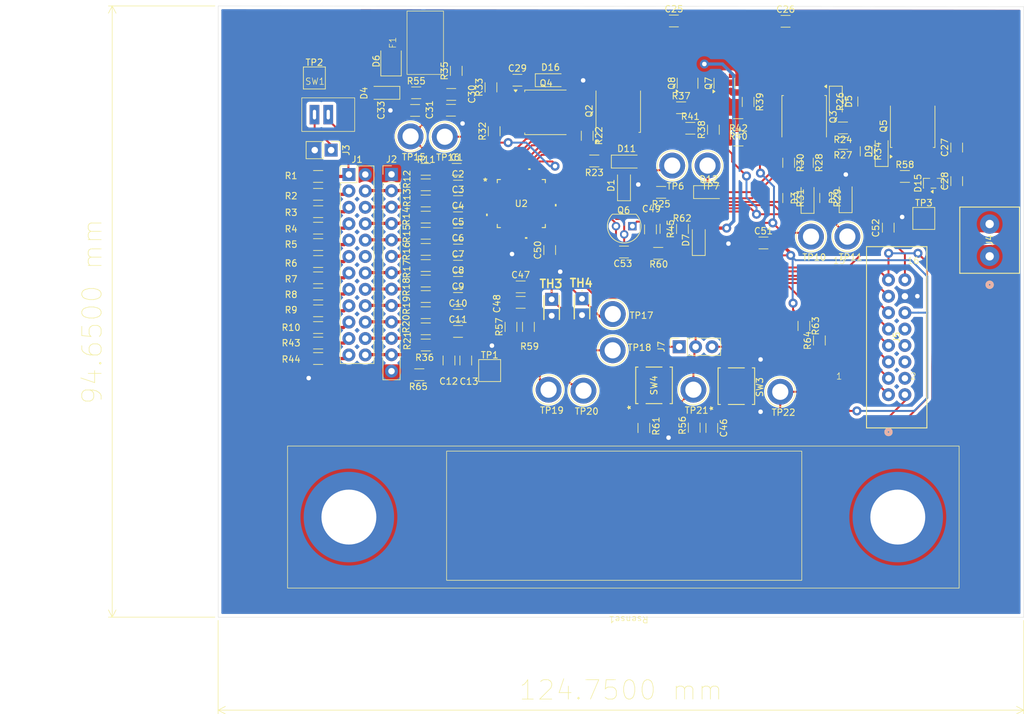
<source format=kicad_pcb>
(kicad_pcb (version 20241229) (generator "pcbnew") (generator_version "9.0")
  (layers (0 "F.Cu" signal) (2 "B.Cu" signal) (13 "F.Paste" user) (15 "B.Paste" user) (5 "F.SilkS" user "F.Silkscreen") (7 "B.SilkS" user "B.Silkscreen") (1 "F.Mask" user) (3 "B.Mask" user) (25 "Edge.Cuts" user))
  (net 0 "")
  (net 1 "VC16")
  (net 2 "VC15")
  (net 3 "VC10")
  (net 4 "VC9")
  (net 5 "VC8")
  (net 6 "VC7")
  (net 7 "VC6")
  (net 8 "VC5")
  (net 9 "VC4")
  (net 10 "VC3")
  (net 11 "VC2")
  (net 12 "VC1")
  (net 13 "BAT-")
  (net 14 "VC0")
  (net 15 "FBAT")
  (net 16 "Net-(C25-Pad2)")
  (net 17 "PACK+")
  (net 18 "Net-(C27-Pad1)")
  (net 19 "PACK-")
  (net 20 "Net-(D16-K)")
  (net 21 "CP1")
  (net 22 "BAT")
  (net 23 "RST_SHUT")
  (net 24 "/Folha de monitoramento BMS/SRP")
  (net 25 "/Folha de monitoramento BMS/SRN")
  (net 26 "Net-(Q6-C)")
  (net 27 "Net-(U2-REG18)")
  (net 28 "REG1_3V3")
  (net 29 "REG2")
  (net 30 "REGIN")
  (net 31 "DSG ")
  (net 32 "LD")
  (net 33 "PACK")
  (net 34 "Net-(D4-K)")
  (net 35 "12P")
  (net 36 "/Folha de proteção BMS/D_GATE")
  (net 37 "Net-(D6-K)")
  (net 38 "CD")
  (net 39 "Net-(D7-K)")
  (net 40 "Net-(D9-K)")
  (net 41 "/Folha de proteção BMS/C_GATE")
  (net 42 "Net-(D12-A)")
  (net 43 "Net-(D15-K)")
  (net 44 "Net-(F1-HEATER)")
  (net 45 "2P")
  (net 46 "5P")
  (net 47 "11P")
  (net 48 "6P")
  (net 49 "10P")
  (net 50 "8P")
  (net 51 "1P")
  (net 52 "4P")
  (net 53 "9P")
  (net 54 "3P")
  (net 55 "7P")
  (net 56 "Net-(J7-Pin_2)")
  (net 57 "EXTTS2")
  (net 58 "Net-(J7-Pin_1)")
  (net 59 "ALERT")
  (net 60 "SCL")
  (net 61 "SDA")
  (net 62 "DFETOFF")
  (net 63 "CFETOFF")
  (net 64 "DDSG")
  (net 65 "DCHG")
  (net 66 "BREG")
  (net 67 "CHG")
  (net 68 "Net-(R24-Pad2)")
  (net 69 "Net-(R28-Pad2)")
  (net 70 "Net-(R30-Pad2)")
  (net 71 "FUSE")
  (net 72 "PCHG")
  (net 73 "PDSG")
  (net 74 "Net-(U2-TS1)")
  (net 75 "Net-(U2-TS3)")
  (net 79 "Net-(J1-Pin_3)")
  (net 80 "Net-(J1-Pin_9)")
  (net 81 "Net-(J1-Pin_1)")
  (net 82 "Net-(J1-Pin_11)")
  (net 83 "Net-(J1-Pin_23)")
  (net 84 "Net-(J1-Pin_17)")
  (net 85 "Net-(J1-Pin_13)")
  (net 86 "Net-(J1-Pin_15)")
  (net 87 "Net-(J1-Pin_7)")
  (net 88 "Net-(J1-Pin_21)")
  (net 89 "Net-(J1-Pin_19)")
  (net 90 "Net-(J1-Pin_5)")
  (net 91 "/DC_48V")
  (net 92 "GND")
  (net 93 "Net-(Q7-D)")
  (net 94 "Net-(Q7-G)")
  (net 95 "Net-(Q8-G)")
  (net 96 "Net-(Q8-D)")
  (net 101 "Net-(R45-Pad2)")
  (footprint "Resistor_SMD:R_1206_3216Metric" (layer "F.Cu") (at 94.2375 88.46 180)
    (property "Reference" "R3")
    (property "Value" "200")
  )
  (footprint "Capacitor_SMD:C_1206_3216Metric_Pad1.33x1.80mm_HandSolder" (layer "F.Cu") (at 193.125 83.725 90)
    (property "Reference" "C28")
    (property "Value" "0.1uF")
  )
  (footprint "Resistor_SMD:R_1206_3216Metric" (layer "F.Cu") (at 94.2375 93.55 180)
    (property "Reference" "R5")
    (property "Value" "200")
  )
  (footprint "TestPoint:TestPoint_Pad_3.0x3.0mm" (layer "F.Cu") (at 188.025 89.5)
    (property "Reference" "TP3")
    (property "Value" "TestPoint")
  )
  (footprint "TestPoint:TestPoint_Loop_D3.80mm_Drill2.5mm" (layer "F.Cu") (at 139.85 109.925)
    (property "Reference" "TP18")
    (property "Value" "TestPoint")
  )
  (footprint "Connector_PinSocket_2.54mm:PinSocket_1x03_P2.54mm_Vertical" (layer "F.Cu") (at 150.15 109.375 90)
    (property "Reference" "J7")
    (property "Value" "Conn_01x03_Pin")
  )
  (footprint "Resistor_SMD:R_1206_3216Metric" (layer "F.Cu") (at 135.9 76.7 -90)
    (property "Reference" "R22")
    (property "Value" "10M")
  )
  (footprint "Resistor_SMD:R_1206_3216Metric" (layer "F.Cu") (at 170 80.885 -90)
    (property "Reference" "R28")
    (property "Value" "5.1k")
  )
  (footprint "Resistor_SMD:R_1206_3216Metric" (layer "F.Cu") (at 94.2375 101.21 180)
    (property "Reference" "R8")
    (property "Value" "200")
  )
  (footprint "NetTie:NetTie-2_SMD_Pad0.5mm" (layer "F.Cu") (at 121.975 107.725)
    (property "Reference" "NT1" (hide yes))
    (property "Value" "NetTie_2" (hide yes))
  )
  (footprint "Resistor_SMD:R_1206_3216Metric" (layer "F.Cu") (at 169.45875 106.15 -90)
    (property "Reference" "R63")
    (property "Value" "20")
  )
  (footprint "Capacitor_SMD:C_1206_3216Metric_Pad1.33x1.80mm_HandSolder" (layer "F.Cu") (at 125.1 68.1)
    (property "Reference" "C29")
    (property "Value" "0.1uF")
  )
  (footprint "TestPoint:TestPoint_Loop_D3.80mm_Drill2.5mm" (layer "F.Cu") (at 152.35 116.025)
    (property "Reference" "TP21")
    (property "Value" "TestPoint")
  )
  (footprint "Package_SO:TSOP-6_1.65x3.05mm_P0.95mm" (layer "F.Cu") (at 151.445 68.56375 90)
    (property "Reference" "Q8")
    (property "Value" "Q_PMOS_GSD")
  )
  (footprint "Diode_SMD:D_SOD-123" (layer "F.Cu") (at 130.225 68.1)
    (property "Reference" "D16")
    (property "Value" "D_Zener")
  )
  (footprint "Package_TO_SOT_SMD:SOT-23" (layer "F.Cu") (at 189.525 84.05 90)
    (property "Reference" "D15")
    (property "Value" "100V")
  )
  (footprint "Resistor_SMD:R_1206_3216Metric" (layer "F.Cu") (at 94.2375 96.18 180)
    (property "Reference" "R6")
    (property "Value" "200")
  )
  (footprint "Resistor_SMD:R_1206_3216Metric" (layer "F.Cu") (at 175.5 77.885 180)
    (property "Reference" "R27")
    (property "Value" "7.5k")
  )
  (footprint "TestPoint:TestPoint_Loop_D3.80mm_Drill2.5mm" (layer "F.Cu") (at 139.87 104.31)
    (property "Reference" "TP17")
    (property "Value" "TestPoint")
  )
  (footprint "Capacitor_SMD:C_1206_3216Metric_Pad1.33x1.80mm_HandSolder" (layer "F.Cu") (at 125.6 102.5)
    (property "Reference" "C48")
    (property "Value" "0.1uF")
  )
  (footprint "TestPoint:TestPoint_Loop_D3.80mm_Drill2.5mm" (layer "F.Cu") (at 154.54 81.32)
    (property "Reference" "TP7")
    (property "Value" "TestPoint")
  )
  (footprint "TestPoint:TestPoint_Pad_3.0x3.0mm" (layer "F.Cu") (at 93.65 67.75)
    (property "Reference" "TP2")
    (property "Value" "TestPoint")
  )
  (footprint "Resistor_SMD:R_1206_3216Metric" (layer "F.Cu") (at 148.1 91.1 90)
    (property "Reference" "R62")
    (property "Value" "220")
  )
  (footprint "SCF-9550:Sem título" (layer "F.Cu") (at 110.8 62.3 90)
    (property "Reference" "F1")
    (property "Value" "SCF9550")
  )
  (footprint "Resistor_SMD:R_1206_3216Metric" (layer "F.Cu") (at 94.2375 98.7 180)
    (property "Reference" "R7")
    (property "Value" "200")
  )
  (footprint "Package_TO_SOT_SMD:TO-252-3_TabPin2" (layer "F.Cu") (at 129.54 73.075)
    (property "Reference" "Q4")
    (property "Value" "Q_NMOS_GSD")
  )
  (footprint "Resistor_SMD:R_1206_3216Metric" (layer "F.Cu") (at 176.9 71.4 90)
    (property "Reference" "R26")
    (property "Value" "10M")
  )
  (footprint "Capacitor_SMD:C_1206_3216Metric_Pad1.33x1.80mm_HandSolder" (layer "F.Cu") (at 115.9 101.9)
    (property "Reference" "C9")
    (property "Value" "220nF")
  )
  (footprint "Capacitor_SMD:C_1206_3216Metric_Pad1.33x1.80mm_HandSolder" (layer "F.Cu") (at 115.9 99.4)
    (property "Reference" "C8")
    (property "Value" "220nF")
  )
  (footprint "Diode_SMD:D_SOD-123" (layer "F.Cu") (at 170.025 86.35 90)
    (property "Reference" "D3")
    (property "Value" "100V")
  )
  (footprint "Capacitor_SMD:C_1206_3216Metric_Pad1.33x1.80mm_HandSolder" (layer "F.Cu") (at 115.9 96.9)
    (property "Reference" "C7")
    (property "Value" "220nF")
  )
  (footprint "footprints:BQ7692_TEX" (layer "F.Cu") (at 125.7 87.2)
    (property "Reference" "U2")
    (property "Value" "PBQ76952PFBT")
  )
  (footprint "Diode_SMD:D_SOD-123" (layer "F.Cu") (at 174.4 71.385 -90)
    (property "Reference" "D5")
    (property "Value" "16V")
  )
  (footprint "Capacitor_SMD:C_1206_3216Metric_Pad1.33x1.80mm_HandSolder" (layer "F.Cu") (at 125.6 100.1)
    (property "Reference" "C47")
    (property "Value" "100pF")
  )
  (footprint "Capacitor_SMD:C_1206_3216Metric_Pad1.33x1.80mm_HandSolder" (layer "F.Cu") (at 155.2 121.95 -90)
    (property "Reference" "C46")
    (property "Value" "0.01uF")
  )
  (footprint "TestPoint:TestPoint_Loop_D3.80mm_Drill2.5mm" (layer "F.Cu") (at 176.19 92.31)
    (property "Reference" "TP11")
    (property "Value" "TestPoint")
  )
  (footprint "footprints:CONN16_SBH11-PBPC-D08-ST-BK_SUL" (layer "F.Cu") (at 182.56 116.7966 90)
    (property "Reference" "J5")
    (property "Value" "Conn_02x08_Odd_Even")
  )
  (footprint "Diode_SMD:D_SOD-123" (layer "F.Cu") (at 142 80.7)
    (property "Reference" "D11")
    (property "Value" "16V")
  )
  (footprint "footprints:SMT_FS" (layer "F.Cu") (at 146.25 115.35 90)
    (property "Reference" "SW4")
    (property "Value" "WAKE")
  )
  (footprint "footprints:SWT31AAA3S1" (layer "F.Cu") (at 93.67 73.425)
    (property "Reference" "SW1")
    (property "Value" "SW_DIP_x01")
  )
  (footprint "Resistor_SMD:R_1206_3216Metric" (layer "F.Cu") (at 110.9 99.2)
    (property "Reference" "R18")
    (property "Value" "20")
  )
  (footprint "Package_TO_SOT_SMD:TO-252-3_TabPin2" (layer "F.Cu") (at 186.3 75.2 90)
    (property "Reference" "Q5")
    (property "Value" "Q_NMOS_GSD")
  )
  (footprint "Resistor_SMD:R_1206_3216Metric" (layer "F.Cu") (at 121.5 76 90)
    (property "Reference" "R32")
    (property "Value" "5.1k")
  )
  (footprint "Resistor_SMD:R_1206_3216Metric" (layer "F.Cu") (at 121 69.2 90)
    (property "Reference" "R33")
    (property "Value" "5.1k")
  )
  (footprint "Connector_PinHeader_2.54mm:PinHeader_1x13_P2.54mm_Vertical" (layer "F.Cu") (at 105.6 82.675)
    (property "Reference" "J2")
    (property "Value" "Conn_01x13_Pin")
  )
  (footprint "TestPoint:TestPoint_Loop_D3.80mm_Drill2.5mm" (layer "F.Cu") (at 149.07 81.32)
    (property "Reference" "TP6")
    (property "Value" "TestPoint")
  )
  (footprint "Resistor_SMD:R_1206_3216Metric" (layer "F.Cu") (at 155.445 75.76375 90)
    (property "Reference" "R38")
    (property "Value" "2k")
  )
  (footprint "Capacitor_SMD:C_1206_3216Metric_Pad1.33x1.80mm_HandSolder" (layer "F.Cu") (at 115.9 107)
    (property "Reference" "C11")
    (property "Value" "220nF")
  )
  (footprint "TestPoint:TestPoint_Loop_D3.80mm_Drill2.5mm" (layer "F.Cu") (at 170.56 92.32)
    (property "Reference" "TP10")
    (property "Value" "TestPoint")
  )
  (footprint "Resistor_SMD:R_1206_3216Metric" (layer "F.Cu") (at 110.9 106.6)
    (property "Reference" "R21")
    (property "Value" "20")
  )
  (footprint "Diode_SMD:D_SOD-123" (layer "F.Cu") (at 181.5 79.1 90)
    (property "Reference" "D9")
    (property "Value" "16V")
  )
  (footprint "TestPoint:TestPoint_Loop_D3.80mm_Drill2.5mm" (layer "F.Cu") (at 108.55 76.8)
    (property "Reference" "TP15")
    (property "Value" "TestPoint")
  )
  (footprint "Diode_SMD:D_SOD-123" (layer "F.Cu") (at 154.7425 85.43)
    (property "Reference" "D12")
    (property "Value" "100V")
  )
  (footprint "footprints:S200_75" (layer "F.Cu") (at 89.5 146.75 180)
    (property "Reference" "Rsense1")
    (property "Value" "0.001")
  )
  (footprint "Resistor_SMD:R_1206_3216Metric" (layer "F.Cu") (at 167.1 86.335 -90)
    (property "Reference" "R31")
    (property "Value" "5.1k")
  )
  (footprint "Package_TO_SOT_THT:TO-92" (layer "F.Cu") (at 142.9 90.7 180)
    (property "Reference" "Q6")
    (property "Value" "NPN")
  )
  (footprint "Resistor_SMD:R_1206_3216Metric" (layer "F.Cu") (at 110.9 104.1)
    (property "Reference" "R20")
    (property "Value" "20")
  )
  (footprint "Resistor_SMD:R_1206_3216Metric" (layer "F.Cu") (at 175.5 75.485 180)
    (property "Reference" "R24")
    (property "Value" "5.1k")
  )
  (footprint "TestPoint:TestPoint_Loop_D3.80mm_Drill2.5mm" (layer "F.Cu") (at 129.925 116.025)
    (property "Reference" "TP19")
    (property "Value" "TestPoint")
  )
  (footprint "Resistor_SMD:R_1206_3216Metric" (layer "F.Cu") (at 150.445 72.36375)
    (property "Reference" "R37")
    (property "Value" "10M")
  )
  (footprint "Resistor_SMD:R_1206_3216Metric" (layer "F.Cu") (at 109.425 70.05)
    (property "Reference" "R55")
    (property "Value" "100")
  )
  (footprint "Connector_PinHeader_2.54mm:PinHeader_1x02_P2.54mm_Vertical" (layer "F.Cu") (at 96.25 78.925 -90)
    (property "Reference" "J3")
    (property "Value" "Conn_01x02_Pin")
  )
  (footprint "Diode_SMD:D_SOD-123" (layer "F.Cu") (at 141.6 84.4 90)
    (property "Reference" "D1")
    (property "Value" "100V")
  )
  (footprint "footprints:CONN_1935776_PXC" (layer "F.Cu") (at 198.225001 95.3701 90)
    (property "Reference" "J4")
    (property "Value" "Conn_01x02_Pin")
  )
  (footprint "Resistor_SMD:R_1206_3216Metric" (layer "F.Cu") (at 94.2375 111.2 180)
    (property "Reference" "R44")
    (property "Value" "200")
  )
  (footprint "Package_SO:TSOP-6_1.65x3.05mm_P0.95mm" (layer "F.Cu") (at 157.145 68.58625 90)
    (property "Reference" "Q7")
    (property "Value" "Q_PMOS_GSD")
  )
  (footprint "footprints:103AT2" (layer "F.Cu") (at 130.4 102.03 180)
    (property "Reference" "TH3")
    (property "Value" "Thermistor" (hide yes))
  )
  (footprint "Capacitor_SMD:C_1206_3216Metric_Pad1.33x1.80mm_HandSolder" (layer "F.Cu") (at 149.325 58.925)
    (property "Reference" "C25")
    (property "Value" "0.1uF")
  )
  (footprint "TestPoint:TestPoint_Pad_3.0x3.0mm" (layer "F.Cu") (at 120.8 113.0625)
    (property "Reference" "TP1")
    (property "Value" "TestPoint")
  )
  (footprint "Resistor_SMD:R_1206_3216Metric" (layer "F.Cu") (at 94.2375 85.77 180)
    (property "Reference" "R2")
    (property "Value" "200")
  )
  (footprint "Connector_PinHeader_2.54mm:PinHeader_2x12_P2.54mm_Vertical" (layer "F.Cu") (at 99 82.7)
    (property "Reference" "J1")
    (property "Value" "Conn_02x12_Odd_Even")
  )
  (footprint "TestPoint:TestPoint_Loop_D3.80mm_Drill2.5mm" (layer "F.Cu") (at 113.85 76.85)
    (property "Reference" "TP16")
    (property "Value" "TestPoint")
  )
  (footprint "Resistor_SMD:R_1206_3216Metric" (layer "F.Cu") (at 171.85875 108.4 90)
    (property "Reference" "R64")
    (property "Value" "20")
  )
  (footprint "Resistor_SMD:R_1206_3216Metric" (layer "F.Cu") (at 115.625 66.65 90)
    (property "Reference" "R35")
    (property "Value" "5.1k")
  )
  (footprint "Capacitor_SMD:C_1206_3216Metric_Pad1.33x1.80mm_HandSolder" (layer "F.Cu") (at 115.9 104.5)
    (property "Reference" "C10")
    (property "Value" "220nF")
  )
  (footprint "Package_TO_SOT_SMD:TO-252-3_TabPin2" (layer "F.Cu") (at 169.5 73.785 -90)
    (property "Reference" "Q3")
    (property "Value" "Q_NMOS_GSD")
  )
  (footprint "Diode_SMD:D_SOD-123" (layer "F.Cu") (at 175.925 86.25 90)
    (property "Reference" "D2")
    (property "Value" "100V")
  )
  (footprint "Capacitor_SMD:C_1206_3216Metric_Pad1.33x1.80mm_HandSolder" (layer "F.Cu") (at 166.625 58.975)
    (property "Reference" "C26")
    (property "Value" "0.1uF")
  )
  (footprint "Resistor_SMD:R_1206_3216Metric" (layer "F.Cu") (at 151.8725 75.53875)
    (property "Reference" "R41")
    (property "Value" "5.1k")
  )
  (footprint "Capacitor_SMD:C_1206_3216Metric_Pad1.33x1.80mm_HandSolder" (layer "F.Cu") (at 114.8 72.75)
    (property "Reference" "C31")
    (property "Value" "1uF")
  )
  (footprint "Resistor_SMD:R_1206_3216Metric" (layer "F.Cu") (at 172.825 86.335 -90)
    (property "Reference" "R29")
    (property "Value" "5.1k")
  )
  (footprint "Capacitor_SMD:C_1206_3216Metric_Pad1.33x1.80mm_HandSolder" (layer "F.Cu") (at 193.125 78.525 90)
    (property "Reference" "C27")
    (property "Value" "0.1uF")
  )
  (footprint "LED_SMD:LED_1210_3225Metric" (layer "F.Cu") (at 105.525 65.1475 90)
    (property "Reference" "D6")
    (property "Value" "LED")
  )
  (footprint "Resistor_SMD:R_1206_3216Metric" (layer "F.Cu") (at 110.9 91.8)
    (property "Reference" "R15")
    (property "Value" "20")
  )
  (footprint "Capacitor_SMD:C_1206_3216Metric_Pad1.33x1.80mm_HandSolder" (layer "F.Cu") (at 115.9 89.4)
    (property "Reference" "C4")
    (property "Value" "220nF")
  )
  (footprint "Resistor_SMD:R_1206_3216Metric" (layer "F.Cu") (at 159.295 74.96375 180)
    (property "Reference" "R40")
    (property "Value" "10M")
  )
  (footprint "Capacitor_SMD:C_1206_3216Metric_Pad1.33x1.80mm_HandSolder" (layer "F.Cu") (at 115.9 91.9)
    (property "Reference" "C5")
    (property "Value" "220nF")
  )
  (footprint "Resistor_SMD:R_1206_3216Metric" (layer "F.Cu") (at 94.2375 108.8 180)
    (property "Reference" "R43")
    (property "Value" "200")
  )
  (footprint "Resistor_SMD:R_1206_3216Metric" (layer "F.Cu") (at 124.1 106.3 90)
    (property "Reference" "R57")
    (property "Value" "100")
  )
  (footprint "Capacitor_SMD:C_1206_3216Metric_Pad1.33x1.80mm_HandSolder" (layer "F.Cu") (at 115.9 84.5)
    (property "Reference" "C2")
    (property "Value" "220nF")
  )
  (footprint "Resistor_SMD:R_1206_3216Metric" (layer "F.Cu") (at 110.9 84.3)
    (property "Reference" "R12")
    (property "Value" "20")
  )
  (footprint "Resistor_SMD:R_1206_3216Metric" (layer "F.Cu") (at 110.9 109.1)
    (property "Reference" "R36")
    (property "Value" "20")
  )
  (footprint "Capacitor_SMD:C_1206_3216Metric_Pad1.33x1.80mm_HandSolder" (layer "F.Cu") (at 182.52 90.93 -90)
    (property "Reference" "C52")
    (property "Value" "1uF")
  )
  (footprint "TestPoint:TestPoint_Loop_D3.80mm_Drill2.5mm" (layer "F.Cu") (at 165.8 116.35)
    (property "Reference" "TP22")
    (property "Value" "TestPoint")
  )
  (footprint "Resistor_SMD:R_1206_3216Metric" (layer "F.Cu") (at 152.475 121.9 -90)
    (property "Reference" "R56")
    (property "Value" "10k")
  )
  (footprint "Diode_SMD:D_SOD-123" (layer "F.Cu") (at 104.525 70.05 180)
    (property "Reference" "D4")
    (property "Value" "100V")
  )
  (footprint "Resistor_SMD:R_1206_3216Metric" (layer "F.Cu") (at 159.32 77.36375)
    (property "Reference" "R42")
    (property "Value" "5.1k")
  )
  (footprint "Capacitor_SMD:C_1206_3216Metric_Pad1.33x1.80mm_HandSolder" (layer "F.Cu") (at 163.2 93.3)
    (property "Reference" "C51")
    (property "Value" "1uF")
  )
  (footprint "Resistor_SMD:R_1206_3216Metric" (layer "F.Cu") (at 94.2375 106.4 180)
    (property "Reference" "R10")
    (property "Value" "200")
  )
  (footprint "Capacitor_SMD:C_1206_3216Metric_Pad1.33x1.80mm_HandSolder" (layer "F.Cu") (at 130.1 94.4 90)
    (property "Reference" "C50")
    (property "Value" "2.2uF")
  )
  (footprint "Resistor_SMD:R_1206_3216Metric" (layer "F.Cu") (at 185.1 83)
    (property "Reference" "R58")
    (property "Value" "10k")
  )
  (footprint "Resistor_SMD:R_1206_3216Metric" (layer "F.Cu") (at 137 80.6 180)
    (property "Reference" "R23")
    (property "Value" "5.1k")
  )
  (footprint "Resistor_SMD:R_1206_3216Metric" (layer "F.Cu") (at 110.9 89.3)
    (property "Reference" "R14")
    (property "Value" "20")
  )
  (footprint "Capacitor_SMD:C_1206_3216Metric_Pad1.33x1.80mm_HandSolder" (layer "F.Cu") (at 117.1 111.5 -90)
    (property "Reference" "C13")
    (property "Value" "220nF")
  )
  (footprint "Resistor_SMD:R_1206_3216Metric" (layer "F.Cu") (at 110.9 96.8)
    (property "Reference" "R17")
    (property "Value" "20")
  )
  (footprint "Resistor_SMD:R_1206_3216Metric" (layer "F.Cu") (at 167.1 80.885 -90)
    (property "Reference" "R30")
    (property "Value" "5.1k")
  )
  (footprint "Resistor_SMD:R_1206_3216Metric" (layer "F.Cu") (at 150.65 91.125 90)
    (property "Reference" "R45")
    (property "Value" "220")
  )
  (footprint "Capacitor_SMD:C_1206_3216Metric_Pad1.33x1.80mm_HandSolder" (layer "F.Cu") (at 115.9 94.4)
    (property "Reference" "C6")
    (property "Value" "220nF")
  )
  (footprint "Capacitor_SMD:C_1206_3216Metric_Pad1.33x1.80mm_HandSolder" (layer "F.Cu") (at 141.6 94.7)
    (property "Reference" "C53")
    (property "Value" "22nF")
  )
  (footprint "Capacitor_SMD:C_1206_3216Metric_Pad1.33x1.80mm_HandSolder" (layer "F.Cu") (at 114.85 70.3 180)
    (property "Reference" "C30")
    (property "Value" "0.47uF")
  )
  (footprint "Resistor_SMD:R_1206_3216Metric" (layer "F.Cu") (at 110.9 94.3)
    (property "Reference" "R16")
    (property "Value" "20")
  )
  (footprint "Capacitor_SMD:C_1206_3216Metric_Pad1.33x1.80mm_HandSolder" (layer "F.Cu") (at 114.5 111.5 -90)
    (property "Reference" "C12")
    (property "Value" "220nF")
  )
  (footprint "Resistor_SMD:R_1206_3216Metric" (layer "F.Cu") (at 110.9 101.6)
    (property "Reference" "R19")
    (property "Value" "20")
  )
  (footprint "Resistor_SMD:R_1206_3216Metric" (layer "F.Cu") (at 94.2375 103.81 180)
    (property "Reference" "R9")
    (property "Value" "200")
  )
  (footprint "Package_TO_SOT_SMD:TO-252-3_TabPin2" (layer "F.Cu") (at 140.7125 72.86 90)
    (property "Reference" "Q2")
    (property "Value" "Q_NMOS_GSD")
  )
  (footprint "Resistor_SMD:R_1206_3216Metric" (layer "F.Cu") (at 126.8 106.3 90)
    (property "Reference" "R59")
    (property "Value" "100")
  )
  (footprint "Resistor_SMD:R_1206_3216Metric" (layer "F.Cu") (at 110.9 86.8)
    (property "Reference" "R13")
    (property "Value" "20")
  )
  (footprint "Capacitor_SMD:C_1206_3216Metric_Pad1.33x1.80mm_HandSolder" (layer "F.Cu") (at 145.7 91.2 -90)
    (property "Reference" "C49")
    (property "Value" "1uF")
  )
  (footprint "Resistor_SMD:R_1206_3216Metric" (layer "F.Cu") (at 144.675 121.95 90)
    (property "Reference" "R61")
    (property "Value" "10k")
  )
  (footprint "Resistor_SMD:R_1206_3216Metric" (layer "F.Cu") (at 146.9 94.9)
    (property "Reference" "R60")
    (property "Value" "10M")
  )
  (footprint "footprints:103AT2" (layer "F.Cu") (at 135.1 101.93 180)
    (property "Reference" "TH4")
    (property "Value" "Thermistor" (hide yes))
  )
  (footprint "Resistor_SMD:R_1206_3216Metric" (layer "F.Cu") (at 94.2375 83 180)
    (property "Reference" "R1")
    (property "Value" "200")
  )
  (footprint "Resistor_SMD:R_1206_3216Metric" (layer "F.Cu") (at 110.9 81.9)
    (property "Reference" "R11")
    (property "Value" "20")
  )
  (footprint "Capacitor_SMD:C_1206_3216Metric_Pad1.33x1.80mm_HandSolder" (layer "F.Cu") (at 115.7 81.9)
    (property "Reference" "C1")
    (property "Value" "220nF")
  )
  (footprint "Capacitor_SMD:C_1206_3216Metric_Pad1.33x1.80mm_HandSolder" (layer "F.Cu") (at 109.25 72.775 180)
    (property "Reference" "C33")
    (property "Value" "100pF")
  )
  (footprint "Resistor_SMD:R_1206_3216Metric" (layer "F.Cu") (at 94.2375 91.01 180)
    (property "Reference" "R4")
    (property "Value" "200")
  )
  (footprint "Resistor_SMD:R_1206_3216Metric" (layer "F.Cu") (at 109.9 113.7)
    (property "Reference" "R65")
    (property "Value" "20")
  )
  (footprint "Resistor_SMD:R_1206_3216Metric" (layer "F.Cu") (at 160.8225 71.46375 -90)
    (property "Reference" "R39")
    (property "Value" "2k")
  )
  (footprint "Capacitor_SMD:C_1206_3216Metric_Pad1.33x1.80mm_HandSolder" (layer "F.Cu") (at 115.9 86.9)
    (property "Reference" "C3")
    (property "Value" "220nF")
  )
  (footprint "Diode_SMD:D_SOD-123" (layer "F.Cu") (at 153.1775 92.8775 90)
    (property "Reference" "D7")
    (property "Value" "100V")
  )
  (footprint "Resistor_SMD:R_1206_3216Metric" (layer "F.Cu") (at 147.35 85.46 180)
    (property "Reference" "R25")
    (property "Value" "5.1k")
  )
  (footprint "footprints:SMT_FS" (layer "F.Cu") (at 159 115.475 90)
    (property "Reference" "SW3")
    (property "Value" "RST_SHUT")
  )
  (footprint "Resistor_SMD:R_1206_3216Metric" (layer "F.Cu") (at 179.1 79.1 -90)
    (property "Reference" "R34")
    (property "Value" "10M")
  )
  (footprint "TestPoint:TestPoint_Loop_D3.80mm_Drill2.5mm" (layer "F.Cu") (at 135.325 116.175)
    (property "Reference" "TP20")
    (property "Value" "TestPoint")
  )
  (gr_line (start 203.5 56.7) (end 203.5 57.25) (stroke (width 0.05)) (layer "Edge.Cuts"))
  (gr_line (start 78.75 61) (end 78.75 56.6) (stroke (width 0.05)) (layer "Edge.Cuts"))
  (gr_line (start 203.5 151.25) (end 203.5 57.25) (stroke (width 0.05)) (layer "Edge.Cuts"))
  (gr_line (start 78.75 56.6) (end 203.5 56.7) (stroke (width 0.05)) (layer "Edge.Cuts"))
  (gr_line (start 78.75 151.25) (end 203.5 151.25) (stroke (width 0.05)) (layer "Edge.Cuts"))
  (gr_line (start 78.75 61) (end 78.75 151.25) (stroke (width 0.05)) (layer "Edge.Cuts"))
  (gr_text "2" (at 185.851191 114.525 0) (layer "F.SilkS") (effects (font (size 1 1) (thickness 0.1)) (justify left bottom)))
  (gr_text "1\n" (at 174.375 114.525 0) (layer "F.SilkS") (effects (font (size 1 1) (thickness 0.1)) (justify left bottom)))
  (gr_text "15" (at 173.898809 96.625 0) (layer "F.SilkS") (effects (font (size 1 1) (thickness 0.1)) (justify left bottom)))
  (gr_text "16\n" (at 185.375 96.625 0) (layer "F.SilkS") (effects (font (size 1 1) (thickness 0.1)) (justify left bottom)))
  (dimension (type orthogonal) (layer "F.SilkS") (pts (xy 78.75 56.6) (xy 78.75 151.25)) (height -16.4) (orientation 1) (format (prefix "") (suffix "") (units 3) (units_format 1) (precision 4)) (style (thickness 0.1) (arrow_length 1.27) (text_position_mode 0) (arrow_direction outward) (extension_height 0.58642) (extension_offset 0.5) (keep_text_aligned yes)) (gr_text "94,6500 mm" (at 59.25 103.925 90) (layer "F.SilkS") (effects (font (size 3 3) (thickness 0.1)))))
  (dimension (type orthogonal) (layer "F.SilkS") (pts (xy 78.75 151.25) (xy 203.5 151.25)) (height 14.4) (orientation 0) (format (prefix "") (suffix "") (units 3) (units_format 1) (precision 4)) (style (thickness 0.1) (arrow_length 1.27) (text_position_mode 0) (arrow_direction outward) (extension_height 0.58642) (extension_offset 0.5) (keep_text_aligned yes)) (gr_text "124,7500 mm" (at 141.125 162.55 0) (layer "F.SilkS") (effects (font (size 3 3) (thickness 0.1)))))
  (segment (start 121.3 80.3) (end 122.949307 81.949307) (width 0.3) (layer "F.Cu") (net 1))
  (segment (start 114.1375 81.9) (end 114.1375 80.7625) (width 0.3) (layer "F.Cu") (net 1))
  (segment (start 114.1375 81.9) (end 112.3625 81.9) (width 0.5) (layer "F.Cu") (net 1))
  (segment (start 122.949307 81.949307) (end 122.949307 82.929249) (width 0.3) (layer "F.Cu") (net 1))
  (segment (start 112.3625 81.9) (end 112.3625 81.6375) (width 0.5) (layer "F.Cu") (net 1))
  (segment (start 114.1375 80.7625) (end 114.6 80.3) (width 0.3) (layer "F.Cu") (net 1))
  (segment (start 112.3625 81.6375) (end 112.6625 81.3375) (width 0.5) (layer "F.Cu") (net 1))
  (segment (start 114.6 80.3) (end 121.3 80.3) (width 0.3) (layer "F.Cu") (net 1))
  (segment (start 114.1375 84.3) (end 114.3375 84.5) (width 0.5) (layer "F.Cu") (net 2))
  (segment (start 112.3625 84.3) (end 114.1375 84.3) (width 0.5) (layer "F.Cu") (net 2))
  (segment (start 117.2625 81.9) (end 120.4 81.9) (width 0.3) (layer "F.Cu") (net 2))
  (segment (start 116.9375 81.9) (end 114.3375 84.5) (width 0.5) (layer "F.Cu") (net 2))
  (segment (start 121.429249 82.929249) (end 121.429249 84.449307) (width 0.3) (layer "F.Cu") (net 2))
  (segment (start 120.4 81.9) (end 121.429249 82.929249) (width 0.3) (layer "F.Cu") (net 2))
  (segment (start 117.2625 81.9) (end 116.9375 81.9) (width 0.5) (layer "F.Cu") (net 2))
  (segment (start 120.05 85.31) (end 120.05 85.79) (width 0.3) (layer "F.Cu") (net 3))
  (segment (start 120.05 86) (end 120.05 86.92) (width 0.3) (layer "F.Cu") (net 3))
  (segment (start 120.05 84.949433) (end 121.429249 84.949433) (width 0.3) (layer "F.Cu") (net 3))
  (segment (start 120.05 85.79) (end 120.209685 85.949685) (width 0.3) (layer "F.Cu") (net 3))
  (segment (start 120.05 86.35) (end 120.149811 86.449811) (width 0.3) (layer "F.Cu") (net 3))
  (segment (start 114.2375 86.8) (end 114.3375 86.9) (width 0.5) (layer "F.Cu") (net 3))
  (segment (start 120.05 86.92) (end 120.080063 86.950063) (width 0.3) (layer "F.Cu") (net 3))
  (segment (start 120.05 84.949433) (end 120.05 85.31) (width 0.3) (layer "F.Cu") (net 3))
  (segment (start 121.429123 86.950063) (end 121.429249 86.949937) (width 0.3) (layer "F.Cu") (net 3))
  (segment (start 120.05 85.79) (end 120.05 86) (width 0.3) (layer "F.Cu") (net 3))
  (segment (start 119.549433 84.949433) (end 120.05 84.949433) (width 0.3) (layer "F.Cu") (net 3))
  (segment (start 117.4625 84.5) (end 119.1 84.5) (width 0.3) (layer "F.Cu") (net 3))
  (segment (start 120.149811 86.449811) (end 121.429249 86.449811) (width 0.3) (layer "F.Cu") (net 3))
  (segment (start 116.7375 84.5) (end 114.3375 86.9) (width 0.5) (layer "F.Cu") (net 3))
  (segment (start 120.05 85.31) (end 120.19 85.45) (width 0.3) (layer "F.Cu") (net 3))
  (segment (start 120.19 85.45) (end 120.190441 85.449559) (width 0.3) (layer "F.Cu") (net 3))
  (segment (start 120.209685 85.949685) (end 121.429249 85.949685) (width 0.3) (layer "F.Cu") (net 3))
  (segment (start 117.4625 84.5) (end 116.7375 84.5) (width 0.5) (layer "F.Cu") (net 3))
  (segment (start 120.080063 86.950063) (end 121.429123 86.950063) (width 0.3) (layer "F.Cu") (net 3))
  (segment (start 120.190441 85.449559) (end 121.429249 85.449559) (width 0.3) (layer "F.Cu") (net 3))
  (segment (start 112.3625 86.8) (end 114.2375 86.8) (width 0.5) (layer "F.Cu") (net 3))
  (segment (start 119.1 84.5) (end 119.549433 84.949433) (width 0.3) (layer "F.Cu") (net 3))
  (segment (start 120.05 86) (end 120.05 86.35) (width 0.3) (layer "F.Cu") (net 3))
  (segment (start 114.9625 89.4) (end 117.4625 86.9) (width 0.5) (layer "F.Cu") (net 4))
  (segment (start 114.2375 89.3) (end 114.3375 89.4) (width 0.5) (layer "F.Cu") (net 4))
  (segment (start 112.3625 89.3) (end 114.2375 89.3) (width 0.5) (layer "F.Cu") (net 4))
  (segment (start 114.3375 89.4) (end 114.9625 89.4) (width 0.5) (layer "F.Cu") (net 4))
  (segment (start 117.4625 86.9) (end 118.69 86.9) (width 0.3) (layer "F.Cu") (net 4))
  (segment (start 119.240063 87.450063) (end 121.429249 87.450063) (width 0.3) (layer "F.Cu") (net 4))
  (segment (start 118.69 86.9) (end 119.240063 87.450063) (width 0.3) (layer "F.Cu") (net 4))
  (segment (start 112.4625 91.9) (end 112.3625 91.8) (width 0.5) (layer "F.Cu") (net 5))
  (segment (start 117.4625 89.4) (end 116.8375 89.4) (width 0.5) (layer "F.Cu") (net 5))
  (segment (start 118.349811 87.950189) (end 121.429249 87.950189) (width 0.3) (layer "F.Cu") (net 5))
  (segment (start 116.8375 89.4) (end 114.3375 91.9) (width 0.5) (layer "F.Cu") (net 5))
  (segment (start 117.4625 89.4) (end 117.4625 88.8375) (width 0.3) (layer "F.Cu") (net 5))
  (segment (start 117.4625 88.8375) (end 118.349811 87.950189) (width 0.3) (layer "F.Cu") (net 5))
  (segment (start 114.3375 91.9) (end 112.4625 91.9) (width 0.5) (layer "F.Cu") (net 5))
  (segment (start 118.6 90.7625) (end 118.6 89.2) (width 0.3) (layer "F.Cu") (net 6))
  (segment (start 118.6 89.2) (end 119.349685 88.450315) (width 0.3) (layer "F.Cu") (net 6))
  (segment (start 114.2375 94.3) (end 114.3375 94.4) (width 0.5) (layer "F.Cu") (net 6))
  (segment (start 114.3375 94.4) (end 114.9625 94.4) (width 0.5) (layer "F.Cu") (net 6))
  (segment (start 112.3625 94.3) (end 114.2375 94.3) (width 0.5) (layer "F.Cu") (net 6))
  (segment (start 119.349685 88.450315) (end 121.429249 88.450315) (width 0.3) (layer "F.Cu") (net 6))
  (segment (start 114.9625 94.4) (end 117.4625 91.9) (width 0.5) (layer "F.Cu") (net 6))
  (segment (start 117.4625 91.9) (end 118.6 90.7625) (width 0.3) (layer "F.Cu") (net 6))
  (segment (start 119.556665 88.950441) (end 121.429249 88.950441) (width 0.3) (layer "F.Cu") (net 7))
  (segment (start 117.4625 94.4) (end 119.2 92.6625) (width 0.3) (layer "F.Cu") (net 7))
  (segment (start 112.4625 96.9) (end 112.3625 96.8) (width 0.5) (layer "F.Cu") (net 7))
  (segment (start 114.3375 96.9) (end 112.4625 96.9) (width 0.5) (layer "F.Cu") (net 7))
  (segment (start 119.2 92.6625) (end 119.2 89.307106) (width 0.3) (layer "F.Cu") (net 7))
  (segment (start 119.2 89.307106) (end 119.556665 88.950441) (width 0.3) (layer "F.Cu") (net 7))
  (segment (start 117.4625 94.4) (end 116.8375 94.4) (width 0.5) (layer "F.Cu") (net 7))
  (segment (start 116.8375 94.4) (end 114.3375 96.9) (width 0.5) (layer "F.Cu") (net 7))
  (segment (start 121.429123 89.450441) (end 121.429249 89.450567) (width 0.3) (layer "F.Cu") (net 8))
  (segment (start 117.4625 96.9) (end 119.9 94.4625) (width 0.3) (layer "F.Cu") (net 8))
  (segment (start 114.3375 99.4) (end 112.5625 99.4) (width 0.5) (layer "F.Cu") (net 8))
  (segment (start 119.9 89.7) (end 120.149559 89.450441) (width 0.3) (layer "F.Cu") (net 8))
  (segment (start 116.8375 96.9) (end 114.3375 99.4) (width 0.5) (layer "F.Cu") (net 8))
  (segment (start 120.149559 89.450441) (end 121.429123 89.450441) (width 0.3) (layer "F.Cu") (net 8))
  (segment (start 119.9 94.4625) (end 119.9 89.7) (width 0.3) (layer "F.Cu") (net 8))
  (segment (start 117.4625 96.9) (end 116.8375 96.9) (width 0.5) (layer "F.Cu") (net 8))
  (segment (start 112.5625 99.4) (end 112.3625 99.2) (width 0.5) (layer "F.Cu") (net 8))
  (segment (start 120.38 90.27) (end 120.699307 89.950693) (width 0.3) (layer "F.Cu") (net 9))
  (segment (start 120.38 96.4825) (end 120.38 90.27) (width 0.3) (layer "F.Cu") (net 9))
  (segment (start 114.9625 101.9) (end 117.4625 99.4) (width 0.5) (layer "F.Cu") (net 9))
  (segment (start 114.3375 101.9) (end 114.9625 101.9) (width 0.5) (layer "F.Cu") (net 9))
  (segment (start 117.4625 99.4) (end 120.38 96.4825) (width 0.3) (layer "F.Cu") (net 9))
  (segment (start 120.699307 89.950693) (end 121.429249 89.950693) (width 0.3) (layer "F.Cu") (net 9))
  (segment (start 112.6625 101.9) (end 112.3625 101.6) (width 0.5) (layer "F.Cu") (net 9))
  (segment (start 114.3375 101.9) (end 112.6625 101.9) (width 0.5) (layer "F.Cu") (net 9))
  (segment (start 114.3375 104.5) (end 112.7625 104.5) (width 0.5) (layer "F.Cu") (net 10))
  (segment (start 121.3 93.78) (end 121.3 97.4) (width 0.3) (layer "F.Cu") (net 10))
  (segment (start 122.949307 91.470751) (end 122.949307 92.130693) (width 0.3) (layer "F.Cu") (net 10))
  (segment (start 121.3 97.4) (end 117.4625 101.2375) (width 0.3) (layer "F.Cu") (net 10))
  (segment (start 117.4625 101.2375) (end 117.4625 101.9) (width 0.3) (layer "F.Cu") (net 10))
  (segment (start 114.3375 104.5) (end 114.8625 104.5) (width 0.5) (layer "F.Cu") (net 10))
  (segment (start 112.7625 104.5) (end 112.3625 104.1) (width 0.5) (layer "F.Cu") (net 10))
  (segment (start 114.8625 104.5) (end 117.4625 101.9) (width 0.5) (layer "F.Cu") (net 10))
  (segment (start 122.949307 92.130693) (end 121.3 93.78) (width 0.3) (layer "F.Cu") (net 10))
  (segment (start 113.9375 106.6) (end 114.3375 107) (width 0.5) (layer "F.Cu") (net 11))
  (segment (start 117.4625 103.81937) (end 118.5 102.78187) (width 0.3) (layer "F.Cu") (net 11))
  (segment (start 123.449433 92.486974) (end 123.449433 91.470751) (width 0.3) (layer "F.Cu") (net 11))
  (segment (start 118.5 102.78187) (end 118.5 101.65) (width 0.3) (layer "F.Cu") (net 11))
  (segment (start 112.3625 106.6) (end 113.9375 106.6) (width 0.5) (layer "F.Cu") (net 11))
  (segment (start 114.3375 107) (end 114.9625 107) (width 0.5) (layer "F.Cu") (net 11))
  (segment (start 117.4625 104.5) (end 117.4625 103.81937) (width 0.3) (layer "F.Cu") (net 11))
  (segment (start 123.086407 92.863593) (end 123.086407 92.85) (width 0.3) (layer "F.Cu") (net 11))
  (segment (start 122 93.95) (end 123.086407 92.863593) (width 0.3) (layer "F.Cu") (net 11))
  (segment (start 123.086407 92.85) (end 123.449433 92.486974) (width 0.3) (layer "F.Cu") (net 11))
  (segment (start 122 98.15) (end 122 93.95) (width 0.3) (layer "F.Cu") (net 11))
  (segment (start 114.9625 107) (end 117.4625 104.5) (width 0.5) (layer "F.Cu") (net 11))
  (segment (start 118.5 101.65) (end 122 98.15) (width 0.3) (layer "F.Cu") (net 11))
  (segment (start 122.6 98.46) (end 122.6 94.2) (width 0.3) (layer "F.Cu") (net 12))
  (segment (start 122.6 94.2) (end 123.949559 92.850441) (width 0.3) (layer "F.Cu") (net 12))
  (segment (start 114.6 108.7) (end 112.7625 108.7) (width 0.5) (layer "F.Cu") (net 12))
  (segment (start 117.1 109.9375) (end 117.1 107.3625) (width 0.3) (layer "F.Cu") (net 12))
  (segment (start 118.901 102.159) (end 122.6 98.46) (width 0.3) (layer "F.Cu") (net 12))
  (segment (start 112.7625 108.7) (end 112.3625 109.1) (width 0.3) (layer "F.Cu") (net 12))
  (segment (start 117.1 107.3625) (end 117.4625 107) (width 0.3) (layer "F.Cu") (net 12))
  (segment (start 123.949559 92.850441) (end 123.949559 91.470751) (width 0.3) (layer "F.Cu") (net 12))
  (segment (start 116.3 107) (end 114.6 108.7) (width 0.5) (layer "F.Cu") (net 12))
  (segment (start 117.4625 107) (end 117.4625 106.5875) (width 0.3) (layer "F.Cu") (net 12))
  (segment (start 116.7375 107) (end 116.3 107) (width 0.5) (layer "F.Cu") (net 12))
  (segment (start 112.6625 109.4) (end 112.3625 109.1) (width 0.5) (layer "F.Cu") (net 12))
  (segment (start 117.4625 107) (end 118.901 105.5615) (width 0.3) (layer "F.Cu") (net 12))
  (segment (start 118.901 105.5615) (end 118.901 102.159) (width 0.3) (layer "F.Cu") (net 12))
  (segment (start 117.4625 107) (end 116.7375 107) (width 0.5) (layer "F.Cu") (net 12))
  (segment (start 124.1 107.7625) (end 122.4125 107.7625) (width 0.5) (layer "F.Cu") (net 13))
  (segment (start 124.0375 107.7) (end 124.1 107.7625) (width 0.3) (layer "F.Cu") (net 13))
  (segment (start 122.4125 107.7625) (end 122.35 107.7) (width 0.5) (layer "F.Cu") (net 13))
  (segment (start 113.9 111.5) (end 117.6 111.5) (width 0.3) (layer "F.Cu") (net 14))
  (segment (start 123.31 98.57) (end 123.31 94.197106) (width 0.3) (layer "F.Cu") (net 14))
  (segment (start 114.5 110.9) (end 114.5 109.9375) (width 0.3) (layer "F.Cu") (net 14))
  (segment (start 119.49 109.61) (end 119.49 102.39) (width 0.3) (layer "F.Cu") (net 14))
  (segment (start 113.9 111.5) (end 114.5 110.9) (width 0.3) (layer "F.Cu") (net 14))
  (segment (start 113.9 111.5) (end 111.8 111.5) (width 0.3) (layer "F.Cu") (net 14))
  (segment (start 111.8 111.5) (end 111.3625 111.9375) (width 0.3) (layer "F.Cu") (net 14))
  (segment (start 123.31 94.197106) (end 124.449685 93.057421) (width 0.3) (layer "F.Cu") (net 14))
  (segment (start 111.3625 111.9375) (end 111.3625 113.7) (width 0.3) (layer "F.Cu") (net 14))
  (segment (start 124.449685 93.057421) (end 124.449685 91.470751) (width 0.3) (layer "F.Cu") (net 14))
  (segment (start 117.6 111.5) (end 119.49 109.61) (width 0.3) (layer "F.Cu") (net 14))
  (segment (start 119.49 102.39) (end 123.31 98.57) (width 0.3) (layer "F.Cu") (net 14))
  (segment (start 154.60125 78.07) (end 155.445 77.22625) (width 1) (layer "F.Cu") (net 15))
  (segment (start 142.2375 69.925) (end 142.2375 70.075) (width 3) (layer "F.Cu") (net 15))
  (segment (start 142.4 80.6) (end 142.3125 80.6) (width 1) (layer "F.Cu") (net 15))
  (segment (start 142.5 80.7) (end 142.4 80.6) (width 1) (layer "F.Cu") (net 15))
  (segment (start 144.96 80.7) (end 147.59 78.07) (width 1) (layer "F.Cu") (net 15))
  (segment (start 143.65 80.7) (end 144.96 80.7) (width 1) (layer "F.Cu") (net 15))
  (segment (start 147.59 78.07) (end 154.60125 78.07) (width 1) (layer "F.Cu") (net 15))
  (segment (start 142.3125 80.6) (end 140.7125 79) (width 1) (layer "F.Cu") (net 15))
  (segment (start 142.2375 70.075) (end 140.7125 71.6) (width 3) (layer "F.Cu") (net 15))
  (segment (start 140.7125 77.9) (end 140.7125 71.6) (width 1) (layer "F.Cu") (net 15))
  (segment (start 143.65 80.7) (end 142.5 80.7) (width 1) (layer "F.Cu") (net 15))
  (segment (start 140.7125 79) (end 140.7125 77.9) (width 1) (layer "F.Cu") (net 15))
  (segment (start 150.8875 58.925) (end 165.0125 58.925) (width 3) (layer "F.Cu") (net 16))
  (segment (start 186.625 72.525) (end 186.625 71.5225) (width 1) (layer "F.Cu") (net 17))
  (segment (start 167.1 77.595) (end 167.1 79.4225) (width 0.5) (layer "F.Cu") (net 17))
  (segment (start 173.315 73.37) (end 173.7 72.985) (width 1) (layer "F.Cu") (net 17))
  (segment (start 174.35 72.985) (end 174.4 73.035) (width 1) (layer "F.Cu") (net 17))
  (segment (start 167.53125 72.92625) (end 167.975 73.37) (width 1) (layer "F.Cu") (net 17))
  (segment (start 167.975 73.37) (end 167.975 73.31) (width 0.5) (layer "F.Cu") (net 17))
  (segment (start 171.04375 77.20375) (end 171.90625 76.34125) (width 0.5) (layer "F.Cu") (net 17))
  (segment (start 171.025 73.37) (end 171.025 73.52) (width 3) (layer "F.Cu") (net 17))
  (segment (start 171.025 73.37) (end 173.315 73.37) (width 1) (layer "F.Cu") (net 17))
  (segment (start 171.025 73.52) (end 169.5 75.045) (width 3) (layer "F.Cu") (net 17))
  (segment (start 186.3 80.24) (end 186.3 73.94) (width 1) (layer "F.Cu") (net 17))
  (segment (start 170 77.745) (end 171.025 76.72) (width 0.5) (layer "F.Cu") (net 17))
  (segment (start 173.7 72.985) (end 174.35 72.985) (width 1) (layer "F.Cu") (net 17))
  (segment (start 160.8975 72.85125) (end 160.8225 72.92625) (width 1) (layer "F.Cu") (net 17))
  (segment (start 170 76.72) (end 167.975 76.72) (width 0.3) (layer "F.Cu") (net 17))
  (segment (start 167.975 76.72) (end 167.1 77.595) (width 0.5) (layer "F.Cu") (net 17))
  (segment (start 170 79.4225) (end 170 77.745) (width 0.5) (layer "F.Cu") (net 17))
  (segment (start 174.4 73.035) (end 177.3125 73.035) (width 1) (layer "F.Cu") (net 17))
  (segment (start 160.8225 72.92625) (end 167.53125 72.92625) (width 1) (layer "F.Cu") (net 17))
  (segment (start 193.125 82.1625) (end 193.125 80.0875) (width 0.5) (layer "F.Cu") (net 18))
  (segment (start 191.725 85.2875) (end 193.125 85.2875) (width 1) (layer "F.Cu") (net 19))
  (segment (start 142 135.9) (end 126.7 120.6) (width 0.3) (layer "F.Cu") (net 19))
  (segment (start 193.125 95.1848) (end 193.3451 95.4049) (width 1) (layer "F.Cu") (net 19))
  (segment (start 180.6 135.9) (end 184.6 135.9) (width 5) (layer "F.Cu") (net 19))
  (segment (start 180.6 135.9) (end 142 135.9) (width 0.3) (layer "F.Cu") (net 19))
  (segment (start 126.7 120.6) (end 126.7 107.8625) (width 0.3) (layer "F.Cu") (net 19))
  (segment (start 193.3451 95.4049) (end 198.274999 95.4049) (width 1) (layer "F.Cu") (net 19))
  (segment (start 193.125 85.2875) (end 193.125 95.1848) (width 1) (layer "F.Cu") (net 19))
  (segment (start 126.7 107.8625) (end 126.8 107.7625) (width 0.3) (layer "F.Cu") (net 19))
  (segment (start 190.775 85.2875) (end 193.125 85.2875) (width 1) (layer "F.Cu") (net 19))
  (segment (start 126.6625 68.1) (end 128.575 68.1) (width 0.3) (layer "F.Cu") (net 20))
  (segment (start 126.6625 68.6325) (end 124.5 70.795) (width 0.3) (layer "F.Cu") (net 20))
  (segment (start 121.5 71.1625) (end 121 70.6625) (width 0.3) (layer "F.Cu") (net 20))
  (segment (start 124.3675 70.6625) (end 124.5 70.795) (width 0.3) (layer "F.Cu") (net 20))
  (segment (start 126.6625 68.1) (end 126.6625 68.6325) (width 0.3) (layer "F.Cu") (net 20))
  (segment (start 121.5 74.5375) (end 121.5 71.1625) (width 0.3) (layer "F.Cu") (net 20))
  (segment (start 121 70.6625) (end 124.3675 70.6625) (width 0.3) (layer "F.Cu") (net 20))
  (segment (start 116.6 70.3) (end 117.85 71.55) (width 0.3) (layer "F.Cu") (net 21))
  (segment (start 119.55 76.75) (end 119.55 78.1) (width 0.3) (layer "F.Cu") (net 21))
  (segment (start 113.85 76.85) (end 119.45 76.85) (width 0.3) (layer "F.Cu") (net 21))
  (segment (start 117.85 75.05) (end 119.55 76.75) (width 0.3) (layer "F.Cu") (net 21))
  (segment (start 117.85 71.55) (end 117.85 75.05) (width 0.3) (layer "F.Cu") (net 21))
  (segment (start 120.3 78.85) (end 121.92 78.85) (width 0.3) (layer "F.Cu") (net 21))
  (segment (start 121.92 78.85) (end 123.949559 80.879559) (width 0.3) (layer "F.Cu") (net 21))
  (segment (start 116.3875 70.05) (end 116.525 70.05) (width 0.3) (layer "F.Cu") (net 21))
  (segment (start 123.949559 80.879559) (end 123.949559 82.929249) (width 0.3) (layer "F.Cu") (net 21))
  (segment (start 116.4125 70.3) (end 116.6 70.3) (width 0.3) (layer "F.Cu") (net 21))
  (segment (start 119.45 76.85) (end 119.55 76.75) (width 0.3) (layer "F.Cu") (net 21))
  (segment (start 116.4125 70.3) (end 116.735 70.3) (width 0.2) (layer "F.Cu") (net 21))
  (segment (start 119.55 78.1) (end 120.3 78.85) (width 0.3) (layer "F.Cu") (net 21))
  (segment (start 113.2375 70.35) (end 113.2875 70.3) (width 0.3) (layer "F.Cu") (net 22))
  (segment (start 110.8125 72.775) (end 110.8125 70.125) (width 0.3) (layer "F.Cu") (net 22))
  (segment (start 108.55 76.8) (end 111.55 79.8) (width 0.3) (layer "F.Cu") (net 22))
  (segment (start 113.2375 72.75) (end 110.8375 72.75) (width 0.3) (layer "F.Cu") (net 22))
  (segment (start 110.8375 72.75) (end 110.8125 72.775) (width 0.3) (layer "F.Cu") (net 22))
  (segment (start 113.0375 70.05) (end 113.2875 70.3) (width 0.3) (layer "F.Cu") (net 22))
  (segment (start 110.8125 70.125) (end 110.8875 70.05) (width 0.3) (layer "F.Cu") (net 22))
  (segment (start 111.55 79.8) (end 121.507106 79.8) (width 0.3) (layer "F.Cu") (net 22))
  (segment (start 113.2875 70.3) (end 113.795 70.3) (width 0.3) (layer "F.Cu") (net 22))
  (segment (start 110.8125 72.775) (end 110.8125 74.5375) (width 0.3) (layer "F.Cu") (net 22))
  (segment (start 110.8875 70.05) (end 113.0375 70.05) (width 0.3) (layer "F.Cu") (net 22))
  (segment (start 110.8125 74.5375) (end 108.55 76.8) (width 0.3) (layer "F.Cu") (net 22))
  (segment (start 113.2375 72.75) (end 113.2375 70.35) (width 0.3) (layer "F.Cu") (net 22))
  (segment (start 123.449433 81.742327) (end 123.449433 82.929249) (width 0.3) (layer "F.Cu") (net 22))
  (segment (start 121.507106 79.8) (end 123.449433 81.742327) (width 0.3) (layer "F.Cu") (net 22))
  (segment (start 175.6 121.55) (end 184.35 121.55) (width 0.3) (layer "F.Cu") (net 23))
  (segment (start 134.771576 86.8) (end 137.5 89.528424) (width 0.3) (layer "F.Cu") (net 23))
  (segment (start 170.4 116.35) (end 175.6 121.55) (width 0.3) (layer "F.Cu") (net 23))
  (segment (start 182.65 94.29) (end 182.56 94.38) (width 0.2) (layer "F.Cu") (net 23))
  (segment (start 165.8 116.35) (end 170.4 116.35) (width 0.3) (layer "F.Cu") (net 23))
  (segment (start 137.5 96.164212) (end 139.035788 97.7) (width 0.3) (layer "F.Cu") (net 23))
  (segment (start 182.9166 99.0166) (end 182.56 99.0166) (width 0.3) (layer "F.Cu") (net 23))
  (segment (start 188.53 96.84) (end 188.53 99.41) (width 0.3) (layer "F.Cu") (net 23))
  (segment (start 184.35 121.55) (end 188.53 117.37) (width 0.3) (layer "F.Cu") (net 23))
  (segment (start 182.56 99.0166) (end 182.56 94.92) (width 0.3) (layer "F.Cu") (net 23))
  (segment (start 132.125475 85.949685) (end 132.97579 86.8) (width 0.3) (layer "F.Cu") (net 23))
  (segment (start 188.53 96.31) (end 187.12 94.9) (width 0.3) (layer "F.Cu") (net 23))
  (segment (start 157.1458 118.65635) (end 157.1458 119.4842) (width 0.3) (layer "F.Cu") (net 23))
  (segment (start 182.56 94.92) (end 182.58 94.9) (width 0.2) (layer "F.Cu") (net 23))
  (segment (start 165.8 119.71) (end 165.1225 120.3875) (width 0.3) (layer "F.Cu") (net 23))
  (segment (start 137.5 89.528424) (end 137.5 96.164212) (width 0.3) (layer "F.Cu") (net 23))
  (segment (start 152.475 120.4375) (end 155.15 120.4375) (width 0.3) (layer "F.Cu") (net 23))
  (segment (start 139.035788 97.7) (end 181.2434 97.7) (width 0.3) (layer "F.Cu") (net 23))
  (segment (start 188.53 96.84) (end 188.53 96.31) (width 0.3) (layer "F.Cu") (net 23))
  (segment (start 181.2434 97.7) (end 182.56 99.0166) (width 0.3) (layer "F.Cu") (net 23))
  (segment (start 156.2425 120.3875) (end 155.2 120.3875) (width 0.3) (layer "F.Cu") (net 23))
  (segment (start 132.97579 86.8) (end 134.771576 86.8) (width 0.3) (layer "F.Cu") (net 23))
  (segment (start 188.53 99.41) (end 188.53 98.99) (width 0.3) (layer "F.Cu") (net 23))
  (segment (start 165.8 116.35) (end 165.8 119.71) (width 0.3) (layer "F.Cu") (net 23))
  (segment (start 188.53 117.37) (end 188.53 99.41) (width 0.3) (layer "F.Cu") (net 23))
  (segment (start 157.1458 119.4842) (end 156.2425 120.3875) (width 0.3) (layer "F.Cu") (net 23))
  (segment (start 157.1458 112.29365) (end 157.1458 118.65635) (width 0.3) (layer "F.Cu") (net 23))
  (segment (start 152.525 120.3875) (end 152.475 120.4375) (width 0.3) (layer "F.Cu") (net 23))
  (segment (start 165.1225 120.3875) (end 155.2 120.3875) (width 0.3) (layer "F.Cu") (net 23))
  (segment (start 129.970751 85.949685) (end 132.125475 85.949685) (width 0.3) (layer "F.Cu") (net 23))
  (segment (start 155.15 120.4375) (end 155.2 120.3875) (width 0.3) (layer "F.Cu") (net 23))
  (via (at 187.12 94.9) (size 1.4) (drill 0.7) (layers "F.Cu" "B.Cu") (net 23))
  (via (at 182.58 94.9) (size 1.4) (drill 0.7) (layers "F.Cu" "B.Cu") (net 23))
  (segment (start 182.58 94.9) (end 187.12 94.9) (width 0.3) (layer "B.Cu") (net 23))
  (segment (start 125.459363 91.480177) (end 125.449937 91.470751) (width 0.3) (layer "F.Cu") (net 24))
  (segment (start 128.575 114.675) (end 129.925 116.025) (width 0.3) (layer "F.Cu") (net 24))
  (segment (start 124 97.5) (end 124 100.0625) (width 0.3) (layer "F.Cu") (net 24))
  (segment (start 125.449937 91.470751) (end 125.449937 96.050063) (width 0.3) (layer "F.Cu") (net 24))
  (segment (start 124.1 104.8375) (end 124.1 102.5625) (width 0.3) (layer "F.Cu") (net 24))
  (segment (start 124 100.0625) (end 124.0375 100.1) (width 0.3) (layer "F.Cu") (net 24))
  (segment (start 125.957872 106.695372) (end 127.695372 106.695372) (width 0.3) (layer "F.Cu") (net 24))
  (segment (start 127.695372 106.695372) (end 128.575 107.575) (width 0.3) (layer "F.Cu") (net 24))
  (segment (start 124.0375 100.1) (end 124.0375 102.5) (width 0.3) (layer "F.Cu") (net 24))
  (segment (start 125.449937 96.050063) (end 124 97.5) (width 0.3) (layer "F.Cu") (net 24))
  (segment (start 124.1 104.8375) (end 125.957872 106.695372) (width 0.3) (layer "F.Cu") (net 24))
  (segment (start 124.1 102.5625) (end 124.0375 102.5) (width 0.3) (layer "F.Cu") (net 24))
  (segment (start 128.575 107.575) (end 128.575 114.675) (width 0.3) (layer "F.Cu") (net 24))
  (segment (start 128.0661 106.099) (end 129.1 107.1329) (width 0.3) (layer "F.Cu") (net 25))
  (segment (start 133.45 115.175) (end 134.35 115.175) (width 0.3) (layer "F.Cu") (net 25))
  (segment (start 127.2 102.2625) (end 127.1625 102.3) (width 0.3) (layer "F.Cu") (net 25))
  (segment (start 126.8 105.63) (end 126.8 104.8375) (width 0.3) (layer "F.Cu") (net 25))
  (segment (start 129.1 110.825) (end 133.45 115.175) (width 0.3) (layer "F.Cu") (net 25))
  (segment (start 127.2 98) (end 127.2 102.2625) (width 0.3) (layer "F.Cu") (net 25))
  (segment (start 126.450189 97.250189) (end 127.2 98) (width 0.3) (layer "F.Cu") (net 25))
  (segment (start 128.0661 106.099) (end 128.0615 106.099) (width 0.2) (layer "F.Cu") (net 25))
  (segment (start 126.450189 91.470751) (end 126.450189 97.250189) (width 0.3) (layer "F.Cu") (net 25))
  (segment (start 127.269 106.099) (end 126.8 105.63) (width 0.3) (layer "F.Cu") (net 25))
  (segment (start 129.1 107.1329) (end 129.1 110.825) (width 0.3) (layer "F.Cu") (net 25))
  (segment (start 134.375 116.1) (end 135.075 116.1) (width 0.3) (layer "F.Cu") (net 25))
  (segment (start 134.35 115.175) (end 135.35 116.175) (width 0.3) (layer "F.Cu") (net 25))
  (segment (start 126.8 104.8375) (end 126.8 102.8625) (width 0.3) (layer "F.Cu") (net 25))
  (segment (start 126.8 102.8625) (end 127.1625 102.5) (width 0.3) (layer "F.Cu") (net 25))
  (segment (start 128.0615 106.099) (end 127.269 106.099) (width 0.3) (layer "F.Cu") (net 25))
  (segment (start 145.7 89.6375) (end 148.1 89.6375) (width 0.3) (layer "F.Cu") (net 26))
  (segment (start 143.6 90) (end 145.6625 90) (width 0.3) (layer "F.Cu") (net 26))
  (segment (start 142.9 90.7) (end 143.6 90) (width 0.3) (layer "F.Cu") (net 26))
  (segment (start 128.733251 91.470751) (end 130.1 92.8375) (width 0.3) (layer "F.Cu") (net 27))
  (segment (start 128.450693 91.470751) (end 128.733251 91.470751) (width 0.3) (layer "F.Cu") (net 27))
  (segment (start 167.78375 103.6725) (end 168.79875 104.6875) (width 0.3) (layer "F.Cu") (net 28))
  (segment (start 169.45875 104.6875) (end 171.70875 106.9375) (width 0.3) (layer "F.Cu") (net 28))
  (segment (start 161.13555 112.575) (end 160.8542 112.29365) (width 0.3) (layer "F.Cu") (net 28))
  (segment (start 175.815 118.59) (end 176.535 119.31) (width 0.3) (layer "F.Cu") (net 28))
  (segment (start 175.815 118.59) (end 169.8 112.575) (width 0.3) (layer "F.Cu") (net 28))
  (segment (start 162.70365 118.65635) (end 162.75 118.61) (width 0.2) (layer "F.Cu") (net 28))
  (segment (start 176.535 119.31) (end 177.67 119.31) (width 0.3) (layer "F.Cu") (net 28))
  (segment (start 164.25 96.45) (end 139.25 96.45) (width 0.3) (layer "F.Cu") (net 28))
  (segment (start 133.290002 85.7) (end 132.539435 84.949433) (width 0.3) (layer "F.Cu") (net 28))
  (segment (start 132.539435 84.949433) (end 129.970751 84.949433) (width 0.3) (layer "F.Cu") (net 28))
  (segment (start 160.8542 112.29365) (end 160.8542 111.7158) (width 0.2) (layer "F.Cu") (net 28))
  (segment (start 160.99 119.44) (end 162.75 119.44) (width 0.2) (layer "F.Cu") (net 28))
  (segment (start 160.8542 118.65635) (end 160.8542 119.3042) (width 0.2) (layer "F.Cu") (net 28))
  (segment (start 167.78375 102.625) (end 167.78375 103.6725) (width 0.3) (layer "F.Cu") (net 28))
  (segment (start 138.5 89.114212) (end 135.085788 85.7) (width 0.3) (layer "F.Cu") (net 28))
  (segment (start 168.79875 104.6875) (end 169.45875 104.6875) (width 0.3) (layer "F.Cu") (net 28))
  (segment (start 162.31 111.78) (end 162.75 111.34) (width 0.2) (layer "F.Cu") (net 28))
  (segment (start 135.085788 85.7) (end 133.290002 85.7) (width 0.3) (layer "F.Cu") (net 28))
  (segment (start 160.8542 111.7158) (end 161.23 111.34) (width 0.2) (layer "F.Cu") (net 28))
  (segment (start 167.409 95.22) (end 165.48 95.22) (width 0.3) (layer "F.Cu") (net 28))
  (segment (start 165.48 95.22) (end 164.25 96.45) (width 0.3) (layer "F.Cu") (net 28))
  (segment (start 169.8 112.575) (end 161.13555 112.575) (width 0.3) (layer "F.Cu") (net 28))
  (segment (start 139.25 96.45) (end 138.5 95.7) (width 0.3) (layer "F.Cu") (net 28))
  (segment (start 161.23 111.34) (end 162.75 111.34) (width 0.2) (layer "F.Cu") (net 28))
  (segment (start 167.409 94.909) (end 165.8 93.3) (width 0.5) (layer "F.Cu") (net 28))
  (segment (start 138.5 95.7) (end 138.5 89.114212) (width 0.3) (layer "F.Cu") (net 28))
  (segment (start 177.67 118.9) (end 177.67 119.31) (width 0.2) (layer "F.Cu") (net 28))
  (segment (start 160.8542 119.3042) (end 160.99 119.44) (width 0.2) (layer "F.Cu") (net 28))
  (segment (start 167.409 95.22) (end 167.409 94.909) (width 0.5) (layer "F.Cu") (net 28))
  (segment (start 165.8 93.3) (end 164.7625 93.3) (width 0.5) (layer "F.Cu") (net 28))
  (via (at 167.78375 102.625) (size 1.4) (drill 0.7) (layers "F.Cu" "B.Cu") (net 28))
  (via (at 177.67 119.31) (size 1.4) (drill 0.7) (layers "F.Cu" "B.Cu") (net 28))
  (via (at 167.409 95.22) (size 1.4) (drill 0.7) (layers "F.Cu" "B.Cu") (net 28))
  (via (at 162.75 111.34) (size 1.4) (drill 0.7) (layers "F.Cu" "B.Cu") (net 28))
  (via (at 162.75 119.44) (size 1.4) (drill 0.7) (layers "F.Cu" "B.Cu") (net 28))
  (segment (start 188.55 104.1) (end 188.55 117.29) (width 0.3) (layer "B.Cu") (net 28))
  (segment (start 185.1 103.89) (end 185.1 104.0966) (width 0.3) (layer "B.Cu") (net 28))
  (segment (start 188.55 98.46) (end 188.55 104.1) (width 0.3) (layer "B.Cu") (net 28))
  (segment (start 187.1766 104.0966) (end 185.1 104.0966) (width 0.3) (layer "B.Cu") (net 28))
  (segment (start 168.159 95.97) (end 186.06 95.97) (width 0.3) (layer "B.Cu") (net 28))
  (segment (start 187.1766 104.0966) (end 188.5466 104.0966) (width 0.3) (layer "B.Cu") (net 28))
  (segment (start 177.67 119.31) (end 186.31 119.31) (width 0.3) (layer "B.Cu") (net 28))
  (segment (start 188.5466 104.0966) (end 188.55 104.1) (width 0.2) (layer "B.Cu") (net 28))
  (segment (start 186.06 95.97) (end 188.55 98.46) (width 0.3) (layer "B.Cu") (net 28))
  (segment (start 186.53 119.31) (end 186.31 119.31) (width 0.3) (layer "B.Cu") (net 28))
  (segment (start 186.31 119.31) (end 186.57 119.31) (width 0.3) (layer "B.Cu") (net 28))
  (segment (start 167.409 95.22) (end 167.72 95.531) (width 0.3) (layer "B.Cu") (net 28))
  (segment (start 188.55 117.29) (end 186.53 119.31) (width 0.3) (layer "B.Cu") (net 28))
  (segment (start 162.75 111.34) (end 162.75 119.44) (width 0.2) (layer "B.Cu") (net 28))
  (segment (start 167.409 95.22) (end 168.159 95.97) (width 0.3) (layer "B.Cu") (net 28))
  (segment (start 167.72 95.531) (end 167.72 102.57) (width 0.3) (layer "B.Cu") (net 28))
  (segment (start 129.970751 85.449559) (end 131.193955 85.449559) (width 0.3) (layer "F.Cu") (net 29))
  (segment (start 180.9075 92.4925) (end 182.52 92.4925) (width 0.3) (layer "F.Cu") (net 29))
  (segment (start 131.193955 85.449559) (end 131.194081 85.449685) (width 0.3) (layer "F.Cu") (net 29))
  (segment (start 139.142894 97.1) (end 176.3 97.1) (width 0.3) (layer "F.Cu") (net 29))
  (segment (start 138 95.957106) (end 139.142894 97.1) (width 0.3) (layer "F.Cu") (net 29))
  (segment (start 131.194081 85.449685) (end 132.332581 85.449685) (width 0.3) (layer "F.Cu") (net 29))
  (segment (start 185.1 99.0166) (end 185.1 95.0725) (width 0.3) (layer "F.Cu") (net 29))
  (segment (start 185.1 95.0725) (end 182.52 92.4925) (width 0.3) (layer "F.Cu") (net 29))
  (segment (start 176.3 97.1) (end 180.9075 92.4925) (width 0.3) (layer "F.Cu") (net 29))
  (segment (start 138 89.321318) (end 138 95.957106) (width 0.3) (layer "F.Cu") (net 29))
  (segment (start 134.978681 86.3) (end 138 89.321318) (width 0.3) (layer "F.Cu") (net 29))
  (segment (start 133.182896 86.3) (end 134.978681 86.3) (width 0.3) (layer "F.Cu") (net 29))
  (segment (start 132.332581 85.449685) (end 133.182896 86.3) (width 0.3) (layer "F.Cu") (net 29))
  (segment (start 140.36 94.4775) (end 139.9375 94.9) (width 0.3) (layer "F.Cu") (net 30))
  (segment (start 133.397108 85.1) (end 132.746542 84.449433) (width 0.3) (layer "F.Cu") (net 30))
  (segment (start 129.970877 84.449433) (end 129.970751 84.449307) (width 0.3) (layer "F.Cu") (net 30))
  (segment (start 140.36 90.7) (end 140.36 94.4775) (width 0.3) (layer "F.Cu") (net 30))
  (segment (start 135.192894 85.1) (end 133.397108 85.1) (width 0.3) (layer "F.Cu") (net 30))
  (segment (start 132.746542 84.449433) (end 129.970877 84.449433) (width 0.3) (layer "F.Cu") (net 30))
  (segment (start 140.36 90.267106) (end 135.192894 85.1) (width 0.3) (layer "F.Cu") (net 30))
  (segment (start 140.36 90.7) (end 140.36 90.267106) (width 0.3) (layer "F.Cu") (net 30))
  (segment (start 145.2975 86.05) (end 145.8875 85.46) (width 0.3) (layer "F.Cu") (net 31))
  (segment (start 127.175 77.625) (end 132.325 77.625) (width 0.3) (layer "F.Cu") (net 31))
  (segment (start 134.3 79.6) (end 134.3 81.7) (width 0.3) (layer "F.Cu") (net 31))
  (segment (start 154.26 85.43) (end 154.54 85.15) (width 0.3) (layer "F.Cu") (net 31))
  (segment (start 125.449937 82.929249) (end 125.449937 79.350063) (width 0.3) (layer "F.Cu") (net 31))
  (segment (start 132.325 77.625) (end 134.3 79.6) (width 0.3) (layer "F.Cu") (net 31))
  (segment (start 154.66 81.24) (end 155.53 81.24) (width 0.3) (layer "F.Cu") (net 31))
  (segment (start 153.0925 85.43) (end 154.26 85.43) (width 0.3) (layer "F.Cu") (net 31))
  (segment (start 146.21 84.11) (end 152.06 84.11) (width 0.3) (layer "F.Cu") (net 31))
  (segment (start 152.06 84.11) (end 153.0925 85.1425) (width 0.3) (layer "F.Cu") (net 31))
  (segment (start 145.8875 85.46) (end 145.8875 84.4325) (width 0.3) (layer "F.Cu") (net 31))
  (segment (start 140.6 86.05) (end 141.6 86.05) (width 0.3) (layer "F.Cu") (net 31))
  (segment (start 125.449937 79.350063) (end 127.175 77.625) (width 0.3) (layer "F.Cu") (net 31))
  (segment (start 153.0925 85.1425) (end 153.0925 85.43) (width 0.3) (layer "F.Cu") (net 31))
  (segment (start 145.8875 84.4325) (end 146.21 84.11) (width 0.3) (layer "F.Cu") (net 31))
  (segment (start 134.3 81.7) (end 134.6 82) (width 0.3) (layer "F.Cu") (net 31))
  (segment (start 141.6 86.05) (end 145.2975 86.05) (width 0.3) (layer "F.Cu") (net 31))
  (segment (start 134.6 82) (end 136.55 82) (width 0.3) (layer "F.Cu") (net 31))
  (segment (start 154.54 81.36) (end 154.66 81.24) (width 0.3) (layer "F.Cu") (net 31))
  (segment (start 154.54 85.15) (end 154.54 81.36) (width 0.3) (layer "F.Cu") (net 31))
  (segment (start 136.55 82) (end 140.6 86.05) (width 0.3) (layer "F.Cu") (net 31))
  (segment (start 175.8225 87.7975) (end 175.925 87.9) (width 0.3) (layer "F.Cu") (net 32))
  (segment (start 172.685 87.9375) (end 172.685 88.47) (width 0.3) (layer "F.Cu") (net 32))
  (segment (start 126.450189 80.449811) (end 126.450189 82.929249) (width 0.3) (layer "F.Cu") (net 32))
  (segment (start 136.235788 83.1) (end 134.285788 83.1) (width 0.3) (layer "F.Cu") (net 32))
  (segment (start 172.685 88.47) (end 172.585 88.47) (width 0.3) (layer "F.Cu") (net 32))
  (segment (start 172.9275 87.9) (end 172.825 87.7975) (width 1) (layer "F.Cu") (net 32))
  (segment (start 172.585 88.47) (end 172.175 88.88) (width 0.3) (layer "F.Cu") (net 32))
  (segment (start 166.275 88.88) (end 164.835 87.44) (width 0.3) (layer "F.Cu") (net 32))
  (segment (start 172.175 88.88) (end 166.275 88.88) (width 0.3) (layer "F.Cu") (net 32))
  (segment (start 131.775 78.575) (end 128.325 78.575) (width 0.3) (layer "F.Cu") (net 32))
  (segment (start 128.325 78.575) (end 126.450189 80.449811) (width 0.3) (layer "F.Cu") (net 32))
  (segment (start 175.925 87.9) (end 172.9275 87.9) (width 1) (layer "F.Cu") (net 32))
  (segment (start 133.3 80.1) (end 131.775 78.575) (width 0.3) (layer "F.Cu") (net 32))
  (segment (start 140.575788 87.44) (end 136.235788 83.1) (width 0.3) (layer "F.Cu") (net 32))
  (segment (start 134.285788 83.1) (end 133.3 82.114212) (width 0.3) (layer "F.Cu") (net 32))
  (segment (start 172.825 87.7975) (end 172.685 87.9375) (width 0.3) (layer "F.Cu") (net 32))
  (segment (start 133.3 82.114212) (end 133.3 80.1) (width 0.3) (layer "F.Cu") (net 32))
  (segment (start 164.835 87.44) (end 140.575788 87.44) (width 0.3) (layer "F.Cu") (net 32))
  (segment (start 167.1025 87.8) (end 167.1 87.7975) (width 1) (layer "F.Cu") (net 33))
  (segment (start 140.782894 86.94) (end 166.8925 86.94) (width 0.3) (layer "F.Cu") (net 33))
  (segment (start 133.8 81.907106) (end 134.492894 82.6) (width 0.3) (layer "F.Cu") (net 33))
  (segment (start 167.1 87.1475) (end 167.1 87.635) (width 0.3) (layer "F.Cu") (net 33))
  (segment (start 166.8925 86.94) (end 167.1 87.1475) (width 0.3) (layer "F.Cu") (net 33))
  (segment (start 132.167894 78.175) (end 133.8 79.807106) (width 0.3) (layer "F.Cu") (net 33))
  (segment (start 125.950063 79.557043) (end 127.332106 78.175) (width 0.3) (layer "F.Cu") (net 33))
  (segment (start 125.950063 82.929249) (end 125.950063 79.557043) (width 0.3) (layer "F.Cu") (net 33))
  (segment (start 136.442894 82.6) (end 140.782894 86.94) (width 0.3) (layer "F.Cu") (net 33))
  (segment (start 133.8 79.807106) (end 133.8 81.907106) (width 0.3) (layer "F.Cu") (net 33))
  (segment (start 127.332106 78.175) (end 132.167894 78.175) (width 0.3) (layer "F.Cu") (net 33))
  (segment (start 134.492894 82.6) (end 136.442894 82.6) (width 0.3) (layer "F.Cu") (net 33))
  (segment (start 169.825 87.8) (end 167.1025 87.8) (width 1) (layer "F.Cu") (net 33))
  (segment (start 170.025 88) (end 169.825 87.8) (width 1) (layer "F.Cu") (net 33))
  (segment (start 106.175 70.05) (end 107.9625 70.05) (width 1) (layer "F.Cu") (net 34))
  (segment (start 105.725 82.65) (end 107.45 82.65) (width 0.5) (layer "F.Cu") (net 35))
  (segment (start 101.59 82.65) (end 101.54 82.7) (width 0.5) (layer "F.Cu") (net 35))
  (segment (start 109.3375 82) (end 109.4375 81.9) (width 0.5) (layer "F.Cu") (net 35))
  (segment (start 105.7 82.625) (end 105.725 82.65) (width 0.5) (layer "F.Cu") (net 35))
  (segment (start 108.1 82) (end 109.3375 82) (width 0.5) (layer "F.Cu") (net 35))
  (segment (start 107.45 82.65) (end 108.1 82) (width 0.5) (layer "F.Cu") (net 35))
  (segment (start 105.575 82.7) (end 105.6 82.675) (width 1) (layer "F.Cu") (net 35))
  (segment (start 176.9 69.285) (end 176.36 68.745) (width 0.3) (layer "F.Cu") (net 36))
  (segment (start 176.9625 75.485) (end 176.9625 77.885) (width 0.3) (layer "F.Cu") (net 36))
  (segment (start 174.06 68.745) (end 174.4 69.085) (width 0.3) (layer "F.Cu") (net 36))
  (segment (start 178.3 75.01) (end 177.825 75.485) (width 0.3) (layer "F.Cu") (net 36))
  (segment (start 176.36 68.745) (end 174.06 68.745) (width 0.3) (layer "F.Cu") (net 36))
  (segment (start 176.9 69.9225) (end 176.9 69.285) (width 0.3) (layer "F.Cu") (net 36))
  (segment (start 178.3 70.51) (end 178.3 75.01) (width 0.3) (layer "F.Cu") (net 36))
  (segment (start 174.4 69.085) (end 174.4 69.735) (width 0.3) (layer "F.Cu") (net 36))
  (segment (start 184.37 84.45) (end 184.975 83.845) (width 0.3) (layer "F.Cu") (net 36))
  (segment (start 178.260552 81.770552) (end 180.94 84.45) (width 0.3) (layer "F.Cu") (net 36))
  (segment (start 180.94 84.45) (end 184.37 84.45) (width 0.3) (layer "F.Cu") (net 36))
  (segment (start 177.4775 70.1) (end 177.89 70.1) (width 0.3) (layer "F.Cu") (net 36))
  (segment (start 177.89 70.1) (end 178.3 70.51) (width 0.3) (layer "F.Cu") (net 36))
  (segment (start 177.825 75.485) (end 176.9625 75.485) (width 0.3) (layer "F.Cu") (net 36))
  (segment (start 187.046 81.774) (end 188.58 80.24) (width 0.3) (layer "F.Cu") (net 36))
  (segment (start 176.9625 80.4925) (end 178.240552 81.770552) (width 0.3) (layer "F.Cu") (net 36))
  (segment (start 185.99413 81.774) (end 187.046 81.774) (width 0.3) (layer "F.Cu") (net 36))
  (segment (start 184.975 82.79313) (end 185.99413 81.774) (width 0.3) (layer "F.Cu") (net 36))
  (segment (start 178.240552 81.770552) (end 178.260552 81.770552) (width 0.3) (layer "F.Cu") (net 36))
  (segment (start 171.78 68.745) (end 174.06 68.745) (width 0.3) (layer "F.Cu") (net 36))
  (segment (start 176.9625 77.885) (end 176.9625 80.4925) (width 0.3) (layer "F.Cu") (net 36))
  (segment (start 177.4 70.0225) (end 177.4775 70.1) (width 0.3) (layer "F.Cu") (net 36))
  (segment (start 184.975 83.845) (end 184.975 82.79313) (width 0.3) (layer "F.Cu") (net 36))
  (segment (start 115.3875 68.35) (end 115.625 68.1125) (width 0.5) (layer "F.Cu") (net 37))
  (segment (start 105.525 66.5475) (end 107.3275 68.35) (width 0.5) (layer "F.Cu") (net 37))
  (segment (start 107.3275 68.35) (end 115.3875 68.35) (width 0.5) (layer "F.Cu") (net 37))
  (segment (start 157.145 70.30125) (end 158.62 71.77625) (width 0.5) (layer "F.Cu") (net 38))
  (segment (start 157.145 69.74625) (end 157.145 68.69525) (width 0.5) (layer "F.Cu") (net 38))
  (segment (start 151.445 68.83875) (end 151.8065 68.47725) (width 0.5) (layer "F.Cu") (net 38))
  (segment (start 157.145 69.74625) (end 157.145 70.30125) (width 0.5) (layer "F.Cu") (net 38))
  (segment (start 154.045 65.59125) (end 154.045 67.98875) (width 1) (layer "F.Cu") (net 38))
  (segment (start 158.62 71.77625) (end 158.62 73.66375) (width 0.5) (layer "F.Cu") (net 38))
  (segment (start 153.405 91) (end 153.1775 91.2275) (width 0.5) (layer "F.Cu") (net 38))
  (segment (start 154.045 67.98875) (end 154.5335 68.47725) (width 1) (layer "F.Cu") (net 38))
  (segment (start 165.44975 68.47725) (end 165.7175 68.745) (width 1) (layer "F.Cu") (net 38))
  (segment (start 159.92 74.96375) (end 160.7575 74.96375) (width 0.5) (layer "F.Cu") (net 38))
  (segment (start 151.445 69.72375) (end 151.445 68.83875) (width 0.5) (layer "F.Cu") (net 38))
  (segment (start 154.5335 68.47725) (end 151.8065 68.47725) (width 1) (layer "F.Cu") (net 38))
  (segment (start 157.5 91) (end 153.405 91) (width 0.5) (layer "F.Cu") (net 38))
  (segment (start 154.5335 68.47725) (end 165.44975 68.47725) (width 1) (layer "F.Cu") (net 38))
  (segment (start 158.62 73.66375) (end 159.92 74.96375) (width 0.5) (layer "F.Cu") (net 38))
  (segment (start 165.7175 68.745) (end 167.22 68.745) (width 1) (layer "F.Cu") (net 38))
  (via (at 157.5 91) (size 1.4) (drill 0.7) (layers "F.Cu" "B.Cu") (net 38))
  (via (at 154.045 65.59125) (size 1.4) (drill 0.7) (layers "F.Cu" "B.Cu") (net 38))
  (segment (start 158.6 67.34375) (end 156.8475 65.59125) (width 0.5) (layer "B.Cu") (net 38))
  (segment (start 158.6 89.9) (end 157.5 91) (width 0.5) (layer "B.Cu") (net 38))
  (segment (start 158.6 67.34375) (end 158.6 89.9) (width 0.5) (layer "B.Cu") (net 38))
  (segment (start 156.8475 65.59125) (end 154.045 65.59125) (width 0.5) (layer "B.Cu") (net 38))
  (segment (start 150.65 92.525) (end 150.8 92.375) (width 0.5) (layer "F.Cu") (net 39))
  (segment (start 150.65 92.6625) (end 150.65 94.05) (width 0.5) (layer "F.Cu") (net 39))
  (segment (start 150.65 94.05) (end 151.35 94.75) (width 0.5) (layer "F.Cu") (net 39))
  (segment (start 151.35 94.75) (end 152.955 94.75) (width 0.5) (layer "F.Cu") (net 39))
  (segment (start 152.955 94.75) (end 153.1775 94.5275) (width 0.5) (layer "F.Cu") (net 39))
  (segment (start 183.5375 83) (end 183.7 82.8375) (width 0.5) (layer "F.Cu") (net 40))
  (segment (start 183.7 80.56) (end 184.02 80.24) (width 0.5) (layer "F.Cu") (net 40))
  (segment (start 181.3125 80.5625) (end 181.5 80.75) (width 0.5) (layer "F.Cu") (net 40))
  (segment (start 181.5 80.75) (end 183.51 80.75) (width 0.5) (layer "F.Cu") (net 40))
  (segment (start 183.51 80.75) (end 184.02 80.24) (width 0.5) (layer "F.Cu") (net 40))
  (segment (start 183.7 82.8375) (end 183.7 80.56) (width 0.5) (layer "F.Cu") (net 40))
  (segment (start 179.1 80.5625) (end 181.3125 80.5625) (width 0.5) (layer "F.Cu") (net 40))
  (segment (start 135.9 78.1625) (end 138.17 78.1625) (width 0.3) (layer "F.Cu") (net 41))
  (segment (start 138.17 78.1625) (end 138.4325 77.9) (width 0.3) (layer "F.Cu") (net 41))
  (segment (start 140.25 80.6) (end 140.35 80.7) (width 0.3) (layer "F.Cu") (net 41))
  (segment (start 138.5625 80.7) (end 138.4625 80.6) (width 0.3) (layer "F.Cu") (net 41))
  (segment (start 138.4325 80.57) (end 138.4625 80.6) (width 0.3) (layer "F.Cu") (net 41))
  (segment (start 138.4625 80.6) (end 140.25 80.6) (width 0.3) (layer "F.Cu") (net 41))
  (segment (start 138.4325 77.9) (end 138.4325 80.57) (width 0.3) (layer "F.Cu") (net 41))
  (segment (start 166.154586 80.569) (end 174.016 80.569) (width 0.3) (layer "F.Cu") (net 42))
  (segment (start 161.293586 85.43) (end 166.154586 80.569) (width 0.3) (layer "F.Cu") (net 42))
  (segment (start 174.0375 80.5475) (end 174.0375 77.885) (width 0.3) (layer "F.Cu") (net 42))
  (segment (start 156.3925 85.43) (end 161.293586 85.43) (width 0.3) (layer "F.Cu") (net 42))
  (segment (start 174.016 80.569) (end 174.0375 80.5475) (width 0.3) (layer "F.Cu") (net 42))
  (segment (start 188.575 84.9875) (end 187.2875 84.9875) (width 0.5) (layer "F.Cu") (net 43))
  (segment (start 186.5625 84.2625) (end 187.2875 84.9875) (width 0.5) (layer "F.Cu") (net 43))
  (segment (start 186.5625 83) (end 186.5625 84.2625) (width 0.5) (layer "F.Cu") (net 43))
  (segment (start 186.6625 82.9) (end 186.5625 83) (width 0.5) (layer "F.Cu") (net 43))
  (segment (start 123.855 76) (end 124.5 75.355) (width 1) (layer "F.Cu") (net 44))
  (segment (start 120.814576 76) (end 123.855 76) (width 1) (layer "F.Cu") (net 44))
  (segment (start 115.625 65.675) (end 115.625 65.1875) (width 1) (layer "F.Cu") (net 44))
  (segment (start 110.8125 66.625) (end 111.4875 67.3) (width 1) (layer "F.Cu") (net 44))
  (segment (start 119.051 66.101) (end 119.051 74.236424) (width 1) (layer "F.Cu") (net 44))
  (segment (start 111.4875 67.3) (end 114 67.3) (width 1) (layer "F.Cu") (net 44))
  (segment (start 114 67.3) (end 115.625 65.675) (width 1) (layer "F.Cu") (net 44))
  (segment (start 115.625 65.1875) (end 117.8625 65.1875) (width 1) (layer "F.Cu") (net 44))
  (segment (start 118.075 65.4) (end 118.35 65.4) (width 1) (layer "F.Cu") (net 44))
  (segment (start 117.8625 65.1875) (end 118.075 65.4) (width 1) (layer "F.Cu") (net 44))
  (segment (start 118.35 65.4) (end 119.051 66.101) (width 1) (layer "F.Cu") (net 44))
  (segment (start 119.051 74.236424) (end 120.814576 76) (width 1) (layer "F.Cu") (net 44))
  (segment (start 101.59 108.05) (end 101.54 108.1) (width 0.5) (layer "F.Cu") (net 45))
  (segment (start 107.05 108.05) (end 108.5 106.6) (width 0.5) (layer "F.Cu") (net 45))
  (segment (start 108.5 106.6) (end 109.4375 106.6) (width 0.5) (layer "F.Cu") (net 45))
  (segment (start 105.725 108.05) (end 101.59 108.05) (width 0.5) (layer "F.Cu") (net 45))
  (segment (start 105.725 108.05) (end 107.05 108.05) (width 0.5) (layer "F.Cu") (net 45))
  (segment (start 108.3 99.2) (end 109.4375 99.2) (width 0.5) (layer "F.Cu") (net 46))
  (segment (start 107.07 100.43) (end 108.3 99.2) (width 0.5) (layer "F.Cu") (net 46))
  (segment (start 101.59 100.43) (end 101.54 100.48) (width 0.5) (layer "F.Cu") (net 46))
  (segment (start 105.725 100.43) (end 107.07 100.43) (width 0.5) (layer "F.Cu") (net 46))
  (segment (start 105.725 100.43) (end 101.59 100.43) (width 0.5) (layer "F.Cu") (net 46))
  (segment (start 107.11 85.19) (end 108 84.3) (width 0.5) (layer "F.Cu") (net 47))
  (segment (start 108 84.3) (end 109.4375 84.3) (width 0.5) (layer "F.Cu") (net 47))
  (segment (start 105.725 85.19) (end 101.59 85.19) (width 0.5) (layer "F.Cu") (net 47))
  (segment (start 105.725 85.19) (end 107.11 85.19) (width 0.5) (layer "F.Cu") (net 47))
  (segment (start 101.59 85.19) (end 101.54 85.24) (width 0.5) (layer "F.Cu") (net 47))
  (segment (start 106.81 97.89) (end 107.9 96.8) (width 0.5) (layer "F.Cu") (net 48))
  (segment (start 105.725 97.89) (end 106.81 97.89) (width 0.5) (layer "F.Cu") (net 48))
  (segment (start 105.725 97.89) (end 101.59 97.89) (width 0.5) (layer "F.Cu") (net 48))
  (segment (start 101.59 97.89) (end 101.54 97.94) (width 0.5) (layer "F.Cu") (net 48))
  (segment (start 107.9 96.8) (end 109.4375 96.8) (width 0.5) (layer "F.Cu") (net 48))
  (segment (start 105.725 87.73) (end 101.59 87.73) (width 0.5) (layer "F.Cu") (net 49))
  (segment (start 105.725 87.73) (end 106.87 87.73) (width 0.5) (layer "F.Cu") (net 49))
  (segment (start 106.87 87.73) (end 107.8 86.8) (width 0.5) (layer "F.Cu") (net 49))
  (segment (start 101.59 87.73) (end 101.54 87.78) (width 0.5) (layer "F.Cu") (net 49))
  (segment (start 107.8 86.8) (end 109.4375 86.8) (width 0.5) (layer "F.Cu") (net 49))
  (segment (start 105.725 92.81) (end 107.19 92.81) (width 0.5) (layer "F.Cu") (net 50))
  (segment (start 101.59 92.81) (end 101.54 92.86) (width 0.5) (layer "F.Cu") (net 50))
  (segment (start 107.19 92.81) (end 108.2 91.8) (width 0.5) (layer "F.Cu") (net 50))
  (segment (start 108.2 91.8) (end 109.4375 91.8) (width 0.5) (layer "F.Cu") (net 50))
  (segment (start 105.725 92.81) (end 101.59 92.81) (width 0.5) (layer "F.Cu") (net 50))
  (segment (start 105.725 110.59) (end 107.21 110.59) (width 0.5) (layer "F.Cu") (net 51))
  (segment (start 101.59 110.59) (end 101.54 110.64) (width 0.5) (layer "F.Cu") (net 51))
  (segment (start 105.725 110.59) (end 101.59 110.59) (width 0.5) (layer "F.Cu") (net 51))
  (segment (start 107.21 110.59) (end 108.7 109.1) (width 0.5) (layer "F.Cu") (net 51))
  (segment (start 108.7 109.1) (end 109.4375 109.1) (width 0.5) (layer "F.Cu") (net 51))
  (segment (start 105.725 102.97) (end 107.13 102.97) (width 0.5) (layer "F.Cu") (net 52))
  (segment (start 107.13 102.97) (end 108.5 101.6) (width 0.5) (layer "F.Cu") (net 52))
  (segment (start 108.5 101.6) (end 109.4375 101.6) (width 0.5) (layer "F.Cu") (net 52))
  (segment (start 101.59 102.97) (end 101.54 103.02) (width 0.5) (layer "F.Cu") (net 52))
  (segment (start 105.725 102.97) (end 101.59 102.97) (width 0.5) (layer "F.Cu") (net 52))
  (segment (start 105.725 90.27) (end 106.83 90.27) (width 0.5) (layer "F.Cu") (net 53))
  (segment (start 107.8 89.3) (end 109.4375 89.3) (width 0.5) (layer "F.Cu") (net 53))
  (segment (start 106.83 90.27) (end 107.8 89.3) (width 0.5) (layer "F.Cu") (net 53))
  (segment (start 101.59 90.27) (end 101.54 90.32) (width 0.5) (layer "F.Cu") (net 53))
  (segment (start 105.725 90.27) (end 101.59 90.27) (width 0.5) (layer "F.Cu") (net 53))
  (segment (start 105.725 105.51) (end 107.09 105.51) (width 0.5) (layer "F.Cu") (net 54))
  (segment (start 101.59 105.51) (end 101.54 105.56) (width 0.5) (layer "F.Cu") (net 54))
  (segment (start 105.725 105.51) (end 101.59 105.51) (width 0.5) (layer "F.Cu") (net 54))
  (segment (start 108.5 104.1) (end 109.4375 104.1) (width 0.5) (layer "F.Cu") (net 54))
  (segment (start 107.09 105.51) (end 108.5 104.1) (width 0.5) (layer "F.Cu") (net 54))
  (segment (start 107.9 94.3) (end 109.4375 94.3) (width 0.5) (layer "F.Cu") (net 55))
  (segment (start 105.725 95.35) (end 106.85 95.35) (width 0.5) (layer "F.Cu") (net 55))
  (segment (start 106.85 95.35) (end 107.9 94.3) (width 0.5) (layer "F.Cu") (net 55))
  (segment (start 148.1292 112.21865) (end 148.28635 112.21865) (width 0.3) (layer "F.Cu") (net 56))
  (segment (start 152.69 107.715) (end 152.69 109.375) (width 0.3) (layer "F.Cu") (net 56))
  (segment (start 127.450441 95.650441) (end 132.5 100.7) (width 0.3) (layer "F.Cu") (net 56))
  (segment (start 152.35 111.05) (end 152.5 110.9) (width 0.3) (layer "F.Cu") (net 56))
  (segment (start 127.450441 91.470751) (end 127.450441 95.650441) (width 0.3) (layer "F.Cu") (net 56))
  (segment (start 152.5 110.9) (end 152.5 110.625) (width 0.3) (layer "F.Cu") (net 56))
  (segment (start 152.5 110.625) (end 152.5 109.565) (width 0.3) (layer "F.Cu") (net 56))
  (segment (start 132.5 104.05) (end 135.675 107.225) (width 0.3) (layer "F.Cu") (net 56))
  (segment (start 152.35 116.025) (end 149.84365 118.53135) (width 0.3) (layer "F.Cu") (net 56))
  (segment (start 132.5 100.7) (end 132.5 104.05) (width 0.3) (layer "F.Cu") (net 56))
  (segment (start 152.2 107.225) (end 152.69 107.715) (width 0.3) (layer "F.Cu") (net 56))
  (segment (start 152.5 109.565) (end 152.69 109.375) (width 0.3) (layer "F.Cu") (net 56))
  (segment (start 149.84365 118.53135) (end 148.1042 118.53135) (width 0.3) (layer "F.Cu") (net 56))
  (segment (start 135.675 107.225) (end 152.2 107.225) (width 0.3) (layer "F.Cu") (net 56))
  (segment (start 151.23135 112.16865) (end 152.5 110.9) (width 0.3) (layer "F.Cu") (net 56))
  (segment (start 152.35 116.025) (end 152.35 111.05) (width 0.3) (layer "F.Cu") (net 56))
  (segment (start 148.1042 112.16865) (end 151.23135 112.16865) (width 0.3) (layer "F.Cu") (net 56))
  (segment (start 158.425 109.375) (end 158.775 109.725) (width 0.3) (layer "F.Cu") (net 57))
  (segment (start 155.5 109.645) (end 155.23 109.375) (width 0.3) (layer "F.Cu") (net 57))
  (segment (start 169.21 113.55) (end 176.33 120.67) (width 0.3) (layer "F.Cu") (net 57))
  (segment (start 185.1 117.76) (end 185.1 116.7966) (width 0.3) (layer "F.Cu") (net 57))
  (segment (start 176.33 120.67) (end 182.19 120.67) (width 0.3) (layer "F.Cu") (net 57))
  (segment (start 160.275 113.55) (end 169.21 113.55) (width 0.3) (layer "F.Cu") (net 57))
  (segment (start 155.23 109.375) (end 158.425 109.375) (width 0.3) (layer "F.Cu") (net 57))
  (segment (start 182.19 120.67) (end 185.1 117.76) (width 0.3) (layer "F.Cu") (net 57))
  (segment (start 158.775 112.05) (end 160.275 113.55) (width 0.3) (layer "F.Cu") (net 57))
  (segment (start 158.775 109.725) (end 158.775 112.05) (width 0.3) (layer "F.Cu") (net 57))
  (segment (start 144.3958 112.16865) (end 144.3958 111.1042) (width 0.3) (layer "F.Cu") (net 58))
  (segment (start 144.675 120.4875) (end 144.3958 120.2083) (width 0.3) (layer "F.Cu") (net 58))
  (segment (start 146.125 109.375) (end 150.15 109.375) (width 0.3) (layer "F.Cu") (net 58))
  (segment (start 144.3958 112.16865) (end 144.3958 118.53135) (width 0.3) (layer "F.Cu") (net 58))
  (segment (start 144.3958 120.2083) (end 144.3958 118.53135) (width 0.3) (layer "F.Cu") (net 58))
  (segment (start 144.3958 111.1042) (end 146.125 109.375) (width 0.3) (layer "F.Cu") (net 58))
  (segment (start 133.842894 91.157106) (end 133.842894 98.252894) (width 0.3) (layer "F.Cu") (net 59))
  (segment (start 133.842894 98.252894) (end 137.365 101.775) (width 0.3) (layer "F.Cu") (net 59))
  (segment (start 130.780693 89.950693) (end 131.53 90.7) (width 0.3) (layer "F.Cu") (net 59))
  (segment (start 133.385788 90.7) (end 133.842894 91.157106) (width 0.3) (layer "F.Cu") (net 59))
  (segment (start 137.365 101.775) (end 160.475 101.775) (width 0.3) (layer "F.Cu") (net 59))
  (segment (start 160.475 101.775) (end 172.575 113.875) (width 0.3) (layer "F.Cu") (net 59))
  (segment (start 179.6384 113.875) (end 182.56 116.7966) (width 0.3) (layer "F.Cu") (net 59))
  (segment (start 131.53 90.7) (end 133.385788 90.7) (width 0.3) (layer "F.Cu") (net 59))
  (segment (start 172.575 113.875) (end 179.6384 113.875) (width 0.3) (layer "F.Cu") (net 59))
  (segment (start 129.970751 89.950693) (end 130.780693 89.950693) (width 0.3) (layer "F.Cu") (net 59))
  (segment (start 179.6284 111.325) (end 182.56 114.2566) (width 0.3) (layer "F.Cu") (net 60))
  (segment (start 171.85875 109.8625) (end 173.32125 111.325) (width 0.3) (layer "F.Cu") (net 60))
  (segment (start 161.175 101.2) (end 169.8375 109.8625) (width 0.3) (layer "F.Cu") (net 60))
  (segment (start 131.736407 90.2) (end 133.592894 90.2) (width 0.3) (layer "F.Cu") (net 60))
  (segment (start 173.32125 111.325) (end 179.6284 111.325) (width 0.3) (layer "F.Cu") (net 60))
  (segment (start 134.4 91.007106) (end 134.4 98) (width 0.3) (layer "F.Cu") (net 60))
  (segment (start 130.986974 89.450567) (end 131.736407 90.2) (width 0.3) (layer "F.Cu") (net 60))
  (segment (start 133.592894 90.2) (end 134.4 91.007106) (width 0.3) (layer "F.Cu") (net 60))
  (segment (start 129.970751 89.450567) (end 130.986974 89.450567) (width 0.3) (layer "F.Cu") (net 60))
  (segment (start 137.6 101.2) (end 161.175 101.2) (width 0.3) (layer "F.Cu") (net 60))
  (segment (start 169.8375 109.8625) (end 171.85875 109.8625) (width 0.3) (layer "F.Cu") (net 60))
  (segment (start 134.4 98) (end 137.6 101.2) (width 0.3) (layer "F.Cu") (net 60))
  (segment (start 169.45875 107.6125) (end 169.99625 108.15) (width 0.3) (layer "F.Cu") (net 61))
  (segment (start 137.901 100.601) (end 162.726 100.601) (width 0.3) (layer "F.Cu") (net 61))
  (segment (start 169.45875 107.33375) (end 169.45875 107.6125) (width 0.3) (layer "F.Cu") (net 61))
  (segment (start 169.99625 108.15) (end 172.575 108.15) (width 0.3) (layer "F.Cu") (net 61))
  (segment (start 173.2016 108.7766) (end 179.62 108.7766) (width 0.3) (layer "F.Cu") (net 61))
  (segment (start 134.9 90.8) (end 134.9 97.6) (width 0.3) (layer "F.Cu") (net 61))
  (segment (start 172.575 108.15) (end 173.2016 108.7766) (width 0.3) (layer "F.Cu") (net 61))
  (segment (start 162.726 100.601) (end 169.45875 107.33375) (width 0.3) (layer "F.Cu") (net 61))
  (segment (start 131.28012 88.950441) (end 132.029679 89.7) (width 0.3) (layer "F.Cu") (net 61))
  (segment (start 129.970751 88.950441) (end 131.28012 88.950441) (width 0.3) (layer "F.Cu") (net 61))
  (segment (start 134.9 97.6) (end 137.901 100.601) (width 0.3) (layer "F.Cu") (net 61))
  (segment (start 179.62 108.7766) (end 182.56 111.7166) (width 0.3) (layer "F.Cu") (net 61))
  (segment (start 132.029679 89.7) (end 133.8 89.7) (width 0.3) (layer "F.Cu") (net 61))
  (segment (start 133.8 89.7) (end 134.9 90.8) (width 0.3) (layer "F.Cu") (net 61))
  (segment (start 136 96.78553) (end 138.71447 99.5) (width 0.3) (layer "F.Cu") (net 62))
  (segment (start 134.2 88.4) (end 136 90.2) (width 0.3) (layer "F.Cu") (net 62))
  (segment (start 172.915 103.715) (end 179.6384 103.715) (width 0.3) (layer "F.Cu") (net 62))
  (segment (start 132.454471 88.4) (end 134.2 88.4) (width 0.3) (layer "F.Cu") (net 62))
  (segment (start 179.6384 103.715) (end 182.56 106.6366) (width 0.3) (layer "F.Cu") (net 62))
  (segment (start 136 90.2) (end 136 96.78553) (width 0.3) (layer "F.Cu") (net 62))
  (segment (start 129.970751 87.450063) (end 131.504534 87.450063) (width 0.3) (layer "F.Cu") (net 62))
  (segment (start 131.504534 87.450063) (end 132.454471 88.4) (width 0.3) (layer "F.Cu") (net 62))
  (segment (start 168.7 99.5) (end 172.915 103.715) (width 0.3) (layer "F.Cu") (net 62))
  (segment (start 138.71447 99.5) (end 168.7 99.5) (width 0.3) (layer "F.Cu") (net 62))
  (segment (start 130.986974 87.950189) (end 132.136785 89.1) (width 0.3) (layer "F.Cu") (net 63))
  (segment (start 132.136785 89.1) (end 134 89.1) (width 0.3) (layer "F.Cu") (net 63))
  (segment (start 135.5 90.6) (end 135.5 97.3) (width 0.3) (layer "F.Cu") (net 63))
  (segment (start 135.5 97.3) (end 138.275 100.075) (width 0.3) (layer "F.Cu") (net 63))
  (segment (start 138.275 100.075) (end 167.175 100.075) (width 0.3) (layer "F.Cu") (net 63))
  (segment (start 179.6384 106.255) (end 182.56 109.1766) (width 0.3) (layer "F.Cu") (net 63))
  (segment (start 129.970751 87.950189) (end 130.986974 87.950189) (width 0.3) (layer "F.Cu") (net 63))
  (segment (start 134 89.1) (end 135.5 90.6) (width 0.3) (layer "F.Cu") (net 63))
  (segment (start 173.355 106.255) (end 179.6384 106.255) (width 0.3) (layer "F.Cu") (net 63))
  (segment (start 167.175 100.075) (end 173.355 106.255) (width 0.3) (layer "F.Cu") (net 63))
  (segment (start 139.028682 98.4) (end 179.4034 98.4) (width 0.3) (layer "F.Cu") (net 64))
  (segment (start 179.4034 98.4) (end 182.56 101.5566) (width 0.3) (layer "F.Cu") (net 64))
  (segment (start 137 89.73553) (end 137 96.371318) (width 0.3) (layer "F.Cu") (net 64))
  (segment (start 137 96.371318) (end 139.028682 98.4) (width 0.3) (layer "F.Cu") (net 64))
  (segment (start 134.632235 87.367765) (end 137 89.73553) (width 0.3) (layer "F.Cu") (net 64))
  (segment (start 131.918494 86.449811) (end 132.836448 87.367765) (width 0.3) (layer "F.Cu") (net 64))
  (segment (start 129.970751 86.449811) (end 131.918494 86.449811) (width 0.3) (layer "F.Cu") (net 64))
  (segment (start 132.836448 87.367765) (end 134.632235 87.367765) (width 0.3) (layer "F.Cu") (net 64))
  (segment (start 179.5634 101.1) (end 182.56 104.0966) (width 0.3) (layer "F.Cu") (net 65))
  (segment (start 134.457364 87.9) (end 136.5 89.942636) (width 0.3) (layer "F.Cu") (net 65))
  (segment (start 136.5 89.942636) (end 136.5 96.578424) (width 0.3) (layer "F.Cu") (net 65))
  (segment (start 172.2 101.1) (end 179.5634 101.1) (width 0.3) (layer "F.Cu") (net 65))
  (segment (start 132.661577 87.9) (end 134.457364 87.9) (width 0.3) (layer "F.Cu") (net 65))
  (segment (start 136.5 96.578424) (end 138.821576 98.9) (width 0.3) (layer "F.Cu") (net 65))
  (segment (start 170 98.9) (end 172.2 101.1) (width 0.3) (layer "F.Cu") (net 65))
  (segment (start 131.711514 86.949937) (end 132.661577 87.9) (width 0.3) (layer "F.Cu") (net 65))
  (segment (start 129.970751 86.949937) (end 131.711514 86.949937) (width 0.3) (layer "F.Cu") (net 65))
  (segment (start 138.821576 98.9) (end 170 98.9) (width 0.3) (layer "F.Cu") (net 65))
  (segment (start 128.55 81.475) (end 129 81.475) (width 0.3) (layer "F.Cu") (net 66))
  (segment (start 135.4 84.6) (end 140.39 89.59) (width 0.3) (layer "F.Cu") (net 66))
  (segment (start 144.3875 95.95) (end 145.4375 94.9) (width 0.3) (layer "F.Cu") (net 66))
  (segment (start 130.5 83) (end 131.548432 84.048432) (width 0.3) (layer "F.Cu") (net 66))
  (segment (start 128.450693 82.929249) (end 128.450693 81.574307) (width 0.3) (layer "F.Cu") (net 66))
  (segment (start 131.548432 84.048432) (end 132.912642 84.048432) (width 0.3) (layer "F.Cu") (net 66))
  (segment (start 132.912642 84.048432) (end 133.464208 84.6) (width 0.3) (layer "F.Cu") (net 66))
  (segment (start 141.63 91.97) (end 141.63 95.085456) (width 0.3) (layer "F.Cu") (net 66))
  (segment (start 141.14 89.59) (end 141.63 90.08) (width 0.3) (layer "F.Cu") (net 66))
  (segment (start 141.63 90.08) (end 141.63 92.07) (width 0.3) (layer "F.Cu") (net 66))
  (segment (start 140.39 89.59) (end 141.14 89.59) (width 0.3) (layer "F.Cu") (net 66))
  (segment (start 130.5 82.975) (end 130.5 83) (width 0.3) (layer "F.Cu") (net 66))
  (segment (start 142.494544 95.95) (end 144.3875 95.95) (width 0.3) (layer "F.Cu") (net 66))
  (segment (start 128.450693 81.574307) (end 128.55 81.475) (width 0.3) (layer "F.Cu") (net 66))
  (segment (start 141.63 95.085456) (end 142.494544 95.95) (width 0.3) (layer "F.Cu") (net 66))
  (segment (start 133.464208 84.6) (end 135.4 84.6) (width 0.3) (layer "F.Cu") (net 66))
  (segment (start 129 81.475) (end 130.5 82.975) (width 0.3) (layer "F.Cu") (net 66))
  (segment (start 137.71 82.06) (end 137.73 82.04) (width 0.3) (layer "F.Cu") (net 67))
  (segment (start 124.449685 79.200315) (end 124.449685 82.929249) (width 0.3) (layer "F.Cu") (net 67))
  (segment (start 150.18 81.32) (end 150.26 81.24) (width 0.3) (layer "F.Cu") (net 67))
  (segment (start 126.475 77.15) (end 125.75 77.875) (width 0.3) (layer "F.Cu") (net 67))
  (segment (start 148.35 82.04) (end 149.07 81.32) (width 0.3) (layer "F.Cu") (net 67))
  (segment (start 132.65 77.15) (end 126.475 77.15) (width 0.3) (layer "F.Cu") (net 67))
  (segment (start 125.75 77.875) (end 125.75 77.9) (width 0.3) (layer "F.Cu") (net 67))
  (segment (start 150.26 81.24) (end 150.57 81.24) (width 0.3) (layer "F.Cu") (net 67))
  (segment (start 137.55 81.35) (end 137.55 81.88) (width 0.3) (layer "F.Cu") (net 67))
  (segment (start 125.75 77.9) (end 124.449685 79.200315) (width 0.3) (layer "F.Cu") (net 67))
  (segment (start 135.5375 80.0375) (end 132.65 77.15) (width 0.3) (layer "F.Cu") (net 67))
  (segment (start 135.5375 80.6) (end 135.5375 80.0375) (width 0.3) (layer "F.Cu") (net 67))
  (segment (start 149.07 81.32) (end 150.18 81.32) (width 0.3) (layer "F.Cu") (net 67))
  (segment (start 135.5375 80.6) (end 136.8 80.6) (width 0.3) (layer "F.Cu") (net 67))
  (segment (start 137.55 81.88) (end 137.71 82.04) (width 0.3) (layer "F.Cu") (net 67))
  (segment (start 137.73 82.04) (end 148.35 82.04) (width 0.3) (layer "F.Cu") (net 67))
  (segment (start 136.8 80.6) (end 137.55 81.35) (width 0.3) (layer "F.Cu") (net 67))
  (segment (start 137.71 82.04) (end 137.71 82.06) (width 0.3) (layer "F.Cu") (net 67))
  (segment (start 175.1 76.5475) (end 174.0375 75.485) (width 0.3) (layer "F.Cu") (net 68))
  (segment (start 175.1 80.3475) (end 175.1 76.5475) (width 0.3) (layer "F.Cu") (net 68))
  (segment (start 148.8125 85.46) (end 149.7325 86.38) (width 0.3) (layer "F.Cu") (net 68))
  (segment (start 166.724552 81.07) (end 174.3775 81.07) (width 0.3) (layer "F.Cu") (net 68))
  (segment (start 149.7325 86.38) (end 161.414552 86.38) (width 0.3) (layer "F.Cu") (net 68))
  (segment (start 161.414552 86.38) (end 166.724552 81.07) (width 0.3) (layer "F.Cu") (net 68))
  (segment (start 174.3775 81.07) (end 175.1 80.3475) (width 0.3) (layer "F.Cu") (net 68))
  (segment (start 172.8 83.4) (end 172.8 84.8475) (width 1) (layer "F.Cu") (net 69))
  (segment (start 171.8475 82.3475) (end 171.9 82.4) (width 1) (layer "F.Cu") (net 69))
  (segment (start 170 82.3475) (end 171.8475 82.3475) (width 1) (layer "F.Cu") (net 69))
  (segment (start 172.8 84.8475) (end 172.825 84.8725) (width 1) (layer "F.Cu") (net 69))
  (segment (start 171.9 82.5) (end 172.8 83.4) (width 1) (layer "F.Cu") (net 69))
  (segment (start 171.9 82.4) (end 171.9 82.5) (width 1) (layer "F.Cu") (net 69))
  (segment (start 167.1 84.8725) (end 167.1 82.3475) (width 1) (layer "F.Cu") (net 70))
  (segment (start 130.92 81.41) (end 130.92 81.095) (width 0.3) (layer "F.Cu") (net 71))
  (segment (start 130.505 80.68) (end 128.394206 80.68) (width 0.3) (layer "F.Cu") (net 71))
  (segment (start 123.4625 77.7625) (end 121.7 77.7625) (width 0.3) (layer "F.Cu") (net 71))
  (segment (start 127.950567 81.123639) (end 127.950567 82.929249) (width 0.3) (layer "F.Cu") (net 71))
  (segment (start 128.394206 80.68) (end 127.950567 81.123639) (width 0.3) (layer "F.Cu") (net 71))
  (segment (start 130.92 81.095) (end 130.505 80.68) (width 0.3) (layer "F.Cu") (net 71))
  (segment (start 123.6625 77.7625) (end 123.4625 77.7625) (width 0.3) (layer "F.Cu") (net 71))
  (via (at 123.6625 77.7625) (size 1.4) (drill 0.7) (layers "F.Cu" "B.Cu") (net 71))
  (via (at 130.92 81.41) (size 1.4) (drill 0.7) (layers "F.Cu" "B.Cu") (net 71))
  (segment (start 130.92 81.41) (end 130.61 81.1) (width 0.3) (layer "B.Cu") (net 71))
  (segment (start 130.11 81.41) (end 129.69 80.99) (width 0.3) (layer "B.Cu") (net 71))
  (segment (start 126.4625 77.7625) (end 123.6625 77.7625) (width 0.3) (layer "B.Cu") (net 71))
  (segment (start 129.8 81.1) (end 129.69 80.99) (width 0.3) (layer "B.Cu") (net 71))
  (segment (start 129.69 80.99) (end 126.4625 77.7625) (width 0.3) (layer "B.Cu") (net 71))
  (segment (start 130.92 81.41) (end 130.11 81.41) (width 0.3) (layer "B.Cu") (net 71))
  (segment (start 158.29125 79.46) (end 156.7725 77.94125) (width 0.3) (layer "F.Cu") (net 72))
  (segment (start 166.26 89.6) (end 173.62 89.6) (width 0.3) (layer "F.Cu") (net 72))
  (segment (start 140.368682 87.94) (end 161.215 87.94) (width 0.3) (layer "F.Cu") (net 72))
  (segment (start 132.8 82.321318) (end 134.078682 83.6) (width 0.3) (layer "F.Cu") (net 72))
  (segment (start 131.375 79.175) (end 132.8 80.6) (width 0.3) (layer "F.Cu") (net 72))
  (segment (start 158.36 80.72) (end 158.36 79.46) (width 0.3) (layer "F.Cu") (net 72))
  (segment (start 136.028682 83.6) (end 140.368682 87.94) (width 0.3) (layer "F.Cu") (net 72))
  (segment (start 176.19 92.17) (end 176.19 92.31) (width 0.3) (layer "F.Cu") (net 72))
  (segment (start 126.950315 82.929249) (end 126.950315 80.849685) (width 0.3) (layer "F.Cu") (net 72))
  (segment (start 160.57 82.93) (end 158.36 80.72) (width 0.3) (layer "F.Cu") (net 72))
  (segment (start 165.51 88.85) (end 166.26 89.6) (width 0.3) (layer "F.Cu") (net 72))
  (segment (start 162.125 88.85) (end 165.51 88.85) (width 0.3) (layer "F.Cu") (net 72))
  (segment (start 156.07375 75.79) (end 154.10875 75.79) (width 0.3) (layer "F.Cu") (net 72))
  (segment (start 156.7725 77.94125) (end 156.7725 76.48875) (width 0.3) (layer "F.Cu") (net 72))
  (segment (start 132.8 80.6) (end 132.8 82.321318) (width 0.3) (layer "F.Cu") (net 72))
  (segment (start 173.62 89.6) (end 176.19 92.17) (width 0.3) (layer "F.Cu") (net 72))
  (segment (start 154.10875 75.79) (end 153.3825 75.06375) (width 0.3) (layer "F.Cu") (net 72))
  (segment (start 156.7725 76.48875) (end 156.07375 75.79) (width 0.3) (layer "F.Cu") (net 72))
  (segment (start 126.950315 80.849685) (end 128.625 79.175) (width 0.3) (layer "F.Cu") (net 72))
  (segment (start 153.2075 74.76375) (end 153.8075 75.36375) (width 0.3) (layer "F.Cu") (net 72))
  (segment (start 161.215 87.94) (end 162.125 88.85) (width 0.3) (layer "F.Cu") (net 72))
  (segment (start 134.078682 83.6) (end 136.028682 83.6) (width 0.3) (layer "F.Cu") (net 72))
  (segment (start 128.625 79.175) (end 131.375 79.175) (width 0.3) (layer "F.Cu") (net 72))
  (segment (start 158.36 79.46) (end 158.29125 79.46) (width 0.3) (layer "F.Cu") (net 72))
  (via (at 162.125 88.85) (size 1.4) (drill 0.7) (layers "F.Cu" "B.Cu") (net 72))
  (via (at 160.57 82.93) (size 1.4) (drill 0.7) (layers "F.Cu" "B.Cu") (net 72))
  (segment (start 162.125 87.8) (end 162.125 88.85) (width 0.3) (layer "B.Cu") (net 72))
  (segment (start 160.57 82.93) (end 160.57 86.245) (width 0.3) (layer "B.Cu") (net 72))
  (segment (start 160.57 86.245) (end 162.125 87.8) (width 0.3) (layer "B.Cu") (net 72))
  (segment (start 164.64 90.19) (end 161.415 90.19) (width 0.3) (layer "F.Cu") (net 73))
  (segment (start 135.65 84.1) (end 133.871576 84.1) (width 0.3) (layer "F.Cu") (net 73))
  (segment (start 132.3 82.528424) (end 132.3 80.807106) (width 0.3) (layer "F.Cu") (net 73))
  (segment (start 162.731086 82.484457) (end 162.656086 82.559457) (width 0.3) (layer "F.Cu") (net 73))
  (segment (start 162.656086 82.559457) (end 162.656086 79.237336) (width 0.3) (layer "F.Cu") (net 73))
  (segment (start 131.142894 79.65) (end 128.857106 79.65) (width 0.3) (layer "F.Cu") (net 73))
  (segment (start 159.665 88.44) (end 139.99 88.44) (width 0.3) (layer "F.Cu") (net 73))
  (segment (start 128.857106 79.65) (end 127.450441 81.056665) (width 0.3) (layer "F.Cu") (net 73))
  (segment (start 132.3 80.807106) (end 131.142894 79.65) (width 0.3) (layer "F.Cu") (net 73))
  (segment (start 133.871576 84.1) (end 132.3 82.528424) (width 0.3) (layer "F.Cu") (net 73))
  (segment (start 162.656086 79.237336) (end 160.7825 77.36375) (width 0.3) (layer "F.Cu") (net 73))
  (segment (start 139.99 88.44) (end 135.65 84.1) (width 0.3) (layer "F.Cu") (net 73))
  (segment (start 166.18 91.73) (end 169.26 91.73) (width 0.3) (layer "F.Cu") (net 73))
  (segment (start 127.450441 81.056665) (end 127.450441 82.929249) (width 0.3) (layer "F.Cu") (net 73))
  (segment (start 161.415 90.19) (end 159.665 88.44) (width 0.3) (layer "F.Cu") (net 73))
  (segment (start 164.64 90.19) (end 166.18 91.73) (width 0.3) (layer "F.Cu") (net 73))
  (via (at 162.731086 82.484457) (size 1.4) (drill 0.7) (layers "F.Cu" "B.Cu") (net 73))
  (via (at 164.64 90.19) (size 1.4) (drill 0.7) (layers "F.Cu" "B.Cu") (net 73))
  (segment (start 164.64 90.19) (end 164.825 90.005) (width 0.3) (layer "B.Cu") (net 73))
  (segment (start 164.825 84.578371) (end 162.731086 82.484457) (width 0.3) (layer "B.Cu") (net 73))
  (segment (start 164.825 90.005) (end 164.825 84.578371) (width 0.3) (layer "B.Cu") (net 73))
  (segment (start 128.4 98.4) (end 128.4 98.37) (width 0.3) (layer "F.Cu") (net 74))
  (segment (start 139.85 109.925) (end 136.625 109.925) (width 0.3) (layer "F.Cu") (net 74))
  (segment (start 131.825 105.125) (end 131.825 103.455) (width 0.3) (layer "F.Cu") (net 74))
  (segment (start 126.950315 96.920315) (end 126.950315 91.470751) (width 0.3) (layer "F.Cu") (net 74))
  (segment (start 130.4 100.4) (end 128.4 98.4) (width 0.3) (layer "F.Cu") (net 74))
  (segment (start 130.4 100.4) (end 130.4 102.03) (width 0.3) (layer "F.Cu") (net 74))
  (segment (start 136.625 109.925) (end 131.825 105.125) (width 0.3) (layer "F.Cu") (net 74))
  (segment (start 128.4 98.37) (end 126.950315 96.920315) (width 0.3) (layer "F.Cu") (net 74))
  (segment (start 131.825 103.455) (end 130.4 102.03) (width 0.3) (layer "F.Cu") (net 74))
  (segment (start 137.945 104.775) (end 139.825 104.775) (width 0.3) (layer "F.Cu") (net 75))
  (segment (start 133.3 100.13) (end 135.1 101.93) (width 0.3) (layer "F.Cu") (net 75))
  (segment (start 139.405 104.775) (end 139.87 104.31) (width 0.3) (layer "F.Cu") (net 75))
  (segment (start 137.945 104.775) (end 139.405 104.775) (width 0.3) (layer "F.Cu") (net 75))
  (segment (start 130.825 94.275) (end 132.575 94.275) (width 0.3) (layer "F.Cu") (net 75))
  (segment (start 130.8 94.3) (end 130.825 94.275) (width 0.3) (layer "F.Cu") (net 75))
  (segment (start 133.3 95) (end 133.3 100.13) (width 0.3) (layer "F.Cu") (net 75))
  (segment (start 127.950567 92.950567) (end 129.3 94.3) (width 0.3) (layer "F.Cu") (net 75))
  (segment (start 129.3 94.3) (end 130.8 94.3) (width 0.3) (layer "F.Cu") (net 75))
  (segment (start 132.575 94.275) (end 133.3 95) (width 0.3) (layer "F.Cu") (net 75))
  (segment (start 127.950567 91.470751) (end 127.950567 92.950567) (width 0.3) (layer "F.Cu") (net 75))
  (segment (start 135.1 101.93) (end 137.945 104.775) (width 0.3) (layer "F.Cu") (net 75))
  (segment (start 95.7 85.77) (end 98.47 85.77) (width 0.5) (layer "F.Cu") (net 79))
  (segment (start 92.775 83) (end 92.93 83) (width 0.5) (layer "F.Cu") (net 79))
  (segment (start 98.47 85.77) (end 99 85.24) (width 0.5) (layer "F.Cu") (net 79))
  (segment (start 92.93 83) (end 95.7 85.77) (width 0.5) (layer "F.Cu") (net 79))
  (segment (start 92.775 91.01) (end 93.16 91.01) (width 0.5) (layer "F.Cu") (net 80))
  (segment (start 95.7 93.55) (end 98.31 93.55) (width 0.5) (layer "F.Cu") (net 80))
  (segment (start 98.31 93.55) (end 99 92.86) (width 0.5) (layer "F.Cu") (net 80))
  (segment (start 93.16 91.01) (end 95.7 93.55) (width 0.5) (layer "F.Cu") (net 80))
  (segment (start 98.9 82.6) (end 99 82.7) (width 0.5) (layer "F.Cu") (net 81))
  (segment (start 95.7 83) (end 98.7 83) (width 0.5) (layer "F.Cu") (net 81))
  (segment (start 95.825 74.25) (end 98.925 77.35) (width 0.3) (layer "F.Cu") (net 81))
  (segment (start 98.925 82.625) (end 99 82.7) (width 0.3) (layer "F.Cu") (net 81))
  (segment (start 98.7 83) (end 99 82.7) (width 0.5) (layer "F.Cu") (net 81))
  (segment (start 98.925 77.35) (end 98.925 82.625) (width 0.3) (layer "F.Cu") (net 81))
  (segment (start 98.22 96.18) (end 99 95.4) (width 0.5) (layer "F.Cu") (net 82))
  (segment (start 93.07 93.55) (end 95.7 96.18) (width 0.5) (layer "F.Cu") (net 82))
  (segment (start 95.7 96.18) (end 98.22 96.18) (width 0.5) (layer "F.Cu") (net 82))
  (segment (start 92.775 93.55) (end 93.07 93.55) (width 0.5) (layer "F.Cu") (net 82))
  (segment (start 93.3 108.8) (end 95.7 111.2) (width 0.5) (layer "F.Cu") (net 83))
  (segment (start 98.44 111.2) (end 99 110.64) (width 0.5) (layer "F.Cu") (net 83))
  (segment (start 95.7 111.2) (end 98.44 111.2) (width 0.5) (layer "F.Cu") (net 83))
  (segment (start 92.775 108.8) (end 93.3 108.8) (width 0.5) (layer "F.Cu") (net 83))
  (segment (start 95.7 103.81) (end 98.21 103.81) (width 0.5) (layer "F.Cu") (net 84))
  (segment (start 93.1 101.21) (end 95.7 103.81) (width 0.5) (layer "F.Cu") (net 84))
  (segment (start 92.775 101.21) (end 93.1 101.21) (width 0.5) (layer "F.Cu") (net 84))
  (segment (start 98.21 103.81) (end 99 103.02) (width 0.5) (layer "F.Cu") (net 84))
  (segment (start 95.7 98.7) (end 98.24 98.7) (width 0.5) (layer "F.Cu") (net 85))
  (segment (start 93.18 96.18) (end 95.7 98.7) (width 0.5) (layer "F.Cu") (net 85))
  (segment (start 98.24 98.7) (end 99 97.94) (width 0.5) (layer "F.Cu") (net 85))
  (segment (start 92.775 96.18) (end 93.18 96.18) (width 0.5) (layer "F.Cu") (net 85))
  (segment (start 95.7 101.21) (end 98.27 101.21) (width 0.5) (layer "F.Cu") (net 86))
  (segment (start 92.775 98.7) (end 93.19 98.7) (width 0.5) (layer "F.Cu") (net 86))
  (segment (start 98.27 101.21) (end 99 100.48) (width 0.5) (layer "F.Cu") (net 86))
  (segment (start 93.19 98.7) (end 95.7 101.21) (width 0.5) (layer "F.Cu") (net 86))
  (segment (start 92.775 88.46) (end 93.15 88.46) (width 0.5) (layer "F.Cu") (net 87))
  (segment (start 95.7 91.01) (end 98.31 91.01) (width 0.5) (layer "F.Cu") (net 87))
  (segment (start 98.31 91.01) (end 99 90.32) (width 0.5) (layer "F.Cu") (net 87))
  (segment (start 93.15 88.46) (end 95.7 91.01) (width 0.5) (layer "F.Cu") (net 87))
  (segment (start 92.775 106.4) (end 93.3 106.4) (width 0.5) (layer "F.Cu") (net 88))
  (segment (start 93.3 106.4) (end 95.7 108.8) (width 0.5) (layer "F.Cu") (net 88))
  (segment (start 98.3 108.8) (end 99 108.1) (width 0.5) (layer "F.Cu") (net 88))
  (segment (start 95.7 108.8) (end 98.3 108.8) (width 0.5) (layer "F.Cu") (net 88))
  (segment (start 95.7 106.4) (end 98.16 106.4) (width 0.5) (layer "F.Cu") (net 89))
  (segment (start 93.11 103.81) (end 95.7 106.4) (width 0.5) (layer "F.Cu") (net 89))
  (segment (start 92.775 103.81) (end 93.11 103.81) (width 0.5) (layer "F.Cu") (net 89))
  (segment (start 98.16 106.4) (end 99 105.56) (width 0.5) (layer "F.Cu") (net 89))
  (segment (start 98.32 88.46) (end 99 87.78) (width 0.5) (layer "F.Cu") (net 90))
  (segment (start 92.775 85.77) (end 93.01 85.77) (width 0.5) (layer "F.Cu") (net 90))
  (segment (start 93.01 85.77) (end 95.7 88.46) (width 0.5) (layer "F.Cu") (net 90))
  (segment (start 95.7 88.46) (end 98.32 88.46) (width 0.5) (layer "F.Cu") (net 90))
  (segment (start 93.695 74.25) (end 93.695 75.57) (width 0.3) (layer "F.Cu") (net 91))
  (segment (start 93.695 75.57) (end 96.175 78.05) (width 0.3) (layer "F.Cu") (net 91))
  (segment (start 96.175 78.05) (end 96.175 78.925) (width 0.3) (layer "F.Cu") (net 91))
  (segment (start 116.345 72.85) (end 116.4125 72.85) (width 0.3) (layer "F.Cu") (net 92))
  (segment (start 116.3625 74.2625) (end 116.3625 72.75) (width 0.3) (layer "F.Cu") (net 92))
  (segment (start 91.325 68.975) (end 91.325 78.375) (width 1) (layer "F.Cu") (net 92))
  (segment (start 127.6 73.075) (end 129.125 71.55) (width 0.3) (layer "F.Cu") (net 92))
  (segment (start 149.1375 95.675) (end 148.3625 94.9) (width 0.5) (layer "F.Cu") (net 92))
  (segment (start 131.875 70.95) (end 132.475 71.55) (width 1) (layer "F.Cu") (net 92))
  (segment (start 124.65 94.75) (end 124.949811 94.450189) (width 0.3) (layer "F.Cu") (net 92))
  (segment (start 91.325 78.375) (end 91.875 78.925) (width 1) (layer "F.Cu") (net 92))
  (segment (start 130.1 96.125) (end 131.725 97.75) (width 0.5) (layer "F.Cu") (net 92))
  (segment (start 156.535 95.675) (end 157.775 94.435) (width 0.5) (layer "F.Cu") (net 92))
  (segment (start 123.875 66.425) (end 131.325 66.425) (width 0.5) (layer "F.Cu") (net 92))
  (segment (start 121.125 108.075) (end 121.125 109.175) (width 0.5) (layer "F.Cu") (net 92))
  (segment (start 116.6 74.5) (end 116.3625 74.2625) (width 0.3) (layer "F.Cu") (net 92))
  (segment (start 121.475 107.725) (end 121.125 108.075) (width 0.5) (layer "F.Cu") (net 92))
  (segment (start 143.1625 93.5375) (end 143.9375 92.7625) (width 0.3) (layer "F.Cu") (net 92))
  (segment (start 141.6 83.6) (end 141.6 82.75) (width 0.3) (layer "F.Cu") (net 92))
  (segment (start 156.1 95.675) (end 156.535 95.675) (width 0.5) (layer "F.Cu") (net 92))
  (segment (start 148.5 123.45) (end 152.3875 123.45) (width 1) (layer "F.Cu") (net 92))
  (segment (start 142.25 84.25) (end 141.6 83.6) (width 0.3) (layer "F.Cu") (net 92))
  (segment (start 146.8 94.2) (end 147.5 94.9) (width 0.3) (layer "F.Cu") (net 92))
  (segment (start 146.8 93.6) (end 146.8 94.2) (width 0.3) (layer "F.Cu") (net 92))
  (segment (start 121 67.7375) (end 123.175 67.7375) (width 0.5) (layer "F.Cu") (net 92))
  (segment (start 175.25 86.275) (end 175.925 85.6) (width 0.5) (layer "F.Cu") (net 92))
  (segment (start 124.525617 94.75) (end 124.65 94.75) (width 0.3) (layer "F.Cu") (net 92))
  (segment (start 121.15 112.7125) (end 120.8 113.0625) (width 0.5) (layer "F.Cu") (net 92))
  (segment (start 143.1625 94.7) (end 143.1625 93.5375) (width 0.3) (layer "F.Cu") (net 92))
  (segment (start 124.26 95.015617) (end 124.525617 94.75) (width 0.3) (layer "F.Cu") (net 92))
  (segment (start 92.55 67.75) (end 91.325 68.975) (width 1) (layer "F.Cu") (net 92))
  (segment (start 124.949811 94.450189) (end 124.949811 91.470751) (width 0.3) (layer "F.Cu") (net 92))
  (segment (start 131.325 66.425) (end 131.875 66.975) (width 0.5) (layer "F.Cu") (net 92))
  (segment (start 93.65 67.75) (end 92.55 67.75) (width 1) (layer "F.Cu") (net 92))
  (segment (start 91.875 78.925) (end 93.71 78.925) (width 1) (layer "F.Cu") (net 92))
  (segment (start 170.35 86.275) (end 175.25 86.275) (width 0.5) (layer "F.Cu") (net 92))
  (segment (start 156.1 95.675) (end 149.1375 95.675) (width 0.5) (layer "F.Cu") (net 92))
  (segment (start 130.1 95.9625) (end 130.1 96.125) (width 0.5) (layer "F.Cu") (net 92))
  (segment (start 184.675 89.275) (end 182.6375 89.275) (width 0.5) (layer "F.Cu") (net 92))
  (segment (start 152.3875 123.45) (end 152.475 123.3625) (width 1) (layer "F.Cu") (net 92))
  (segment (start 145.7 92.7625) (end 145.9625 92.7625) (width 0.3) (layer "F.Cu") (net 92))
  (segment (start 123.5375 66.7625) (end 123.875 66.425) (width 0.5) (layer "F.Cu") (net 92))
  (segment (start 152.475 123.3625) (end 155.05 123.3625) (width 1) (layer "F.Cu") (net 92))
  (segment (start 131.875 66.975) (end 131.875 68.1) (width 0.5) (layer "F.Cu") (net 92))
  (segment (start 92.775 111.2) (end 92.775 114.225) (width 0.5) (layer "F.Cu") (net 92))
  (segment (start 184.675 89.275) (end 187.175 89.275) (width 0.5) (layer "F.Cu") (net 92))
  (segment (start 145.9625 92.7625) (end 146.8 93.6) (width 0.3) (layer "F.Cu") (net 92))
  (segment (start 155.05 123.3625) (end 155.2 123.5125) (width 1) (layer "F.Cu") (net 92))
  (segment (start 123.175 67.7375) (end 123.5375 68.1) (width 0.5) (layer "F.Cu") (net 92))
  (segment (start 157.775 94.435) (end 157.775 93.4) (width 0.5) (layer "F.Cu") (net 92))
  (segment (start 131.875 68.1) (end 135.25 68.1) (width 1) (layer "F.Cu") (net 92))
  (segment (start 175.925 84.6) (end 175.925 82.725) (width 0.5) (layer "F.Cu") (net 92))
  (segment (start 144.7125 123.45) (end 144.675 123.4125) (width 1) (layer "F.Cu") (net 92))
  (segment (start 187.3166 101.5566) (end 187.38 101.62) (width 0.5) (layer "F.Cu") (net 92))
  (segment (start 170.025 84.7) (end 170.025 85.95) (width 0.5) (layer "F.Cu") (net 92))
  (segment (start 143.81 84.25) (end 142.25 84.25) (width 0.3) (layer "F.Cu") (net 92))
  (segment (start 135.25 68.1) (end 135.275 68.125) (width 1) (layer "F.Cu") (net 92))
  (segment (start 131.875 68.1) (end 131.875 70.95) (width 1) (layer "F.Cu") (net 92))
  (segment (start 148.5 123.45) (end 144.7125 123.45) (width 1) (layer "F.Cu") (net 92))
  (segment (start 120.8 113.0625) (end 117.1 113.0625) (width 0.5) (layer "F.Cu") (net 92))
  (segment (start 152.65 123.5375) (end 152.475 123.3625) (width 0.3) (layer "F.Cu") (net 92))
  (segment (start 175.925 85.6) (end 175.925 84.6) (width 0.5) (layer "F.Cu") (net 92))
  (segment (start 121.15 109.2) (end 121.15 112.7125) (width 0.5) (layer "F.Cu") (net 92))
  (segment (start 185.1 101.5566) (end 187.3166 101.5566) (width 0.5) (layer "F.Cu") (net 92))
  (segment (start 114.5 113.0625) (end 117.1 113.0625) (width 0.3) (layer "F.Cu") (net 92))
  (segment (start 170.025 85.95) (end 170.35 86.275) (width 0.5) (layer "F.Cu") (net 92))
  (segment (start 116.6 74.8) (end 116.6 74.5) (width 0.3) (layer "F.Cu") (net 92))
  (segment (start 121.125 109.175) (end 121.15 109.2) (width 0.5) (layer "F.Cu") (net 92))
  (segment (start 123.5375 68.1) (end 123.5375 66.7625) (width 0.5) (layer "F.Cu") (net 92))
  (segment (start 175.925 82.725) (end 175.95 82.7) (width 0.5) (layer "F.Cu") (net 92))
  (segment (start 147.5 94.9) (end 148.3625 94.9) (width 0.3) (layer "F.Cu") (net 92))
  (segment (start 124.5 73.075) (end 130.8 73.075) (width 1) (layer "F.Cu") (net 92))
  (segment (start 157.775 93.4) (end 157.875 93.3) (width 0.5) (layer "F.Cu") (net 92))
  (segment (start 105.425 72.775) (end 107.6875 72.775) (width 0.3) (layer "F.Cu") (net 92))
  (segment (start 143.9375 92.7625) (end 145.7 92.7625) (width 0.3) (layer "F.Cu") (net 92))
  (segment (start 157.875 93.3) (end 161.6375 93.3) (width 0.5) (layer "F.Cu") (net 92))
  (via (at 131.725 97.75) (size 1.4) (drill 0.7) (layers "F.Cu" "B.Cu") (net 92))
  (via (at 124.26 95.015617) (size 1.4) (drill 0.7) (layers "F.Cu" "B.Cu") (net 92))
  (via (at 143.81 84.25) (size 1.4) (drill 0.7) (layers "F.Cu" "B.Cu") (net 92))
  (via (at 175.95 82.7) (size 1.4) (drill 0.7) (layers "F.Cu" "B.Cu") (net 92))
  (via (at 187.03 101.54) (size 1.4) (drill 0.7) (layers "F.Cu" "B.Cu") (net 92))
  (via (at 148.5 123.45) (size 1.4) (drill 0.7) (layers "F.Cu" "B.Cu") (net 92))
  (via (at 105.425 72.775) (size 1.4) (drill 0.7) (layers "F.Cu" "B.Cu") (net 92))
  (via (at 121.15 109.2) (size 1.4) (drill 0.7) (layers "F.Cu" "B.Cu") (net 92))
  (via (at 184.675 89.275) (size 1.4) (drill 0.7) (layers "F.Cu" "B.Cu") (net 92))
  (via (at 135.275 68.125) (size 1.4) (drill 0.7) (layers "F.Cu" "B.Cu") (net 92))
  (via (at 157.775 93.4) (size 1.4) (drill 0.7) (layers "F.Cu" "B.Cu") (net 92))
  (via (at 92.775 114.225) (size 1.4) (drill 0.7) (layers "F.Cu" "B.Cu") (net 92))
  (via (at 116.6 74.8) (size 1.4) (drill 0.7) (layers "F.Cu" "B.Cu") (net 92))
  (segment (start 160.8225 70.00125) (end 158.356 70.00125) (width 1) (layer "F.Cu") (net 93))
  (segment (start 158.356 70.00125) (end 158.101 69.74625) (width 1) (layer "F.Cu") (net 93))
  (segment (start 156.671 73.80225) (end 157.8325 74.96375) (width 0.5) (layer "F.Cu") (net 94))
  (segment (start 157.8575 77.36375) (end 157.8575 74.98875) (width 0.3) (layer "F.Cu") (net 94))
  (segment (start 156.2565 73.38775) (end 156.32587 73.38775) (width 0.5) (layer "F.Cu") (net 94))
  (segment (start 156.671 73.73288) (end 156.671 73.80225) (width 0.5) (layer "F.Cu") (net 94))
  (segment (start 157.4825 74.88875) (end 157.4575 74.86375) (width 0.3) (layer "F.Cu") (net 94))
  (segment (start 156.18 73.31125) (end 156.2565 73.38775) (width 0.5) (layer "F.Cu") (net 94))
  (segment (start 156.195 69.74625) (end 156.195 71.235) (width 0.5) (layer "F.Cu") (net 94))
  (segment (start 156.18 71.37) (end 156.18 73.31125) (width 0.5) (layer "F.Cu") (net 94))
  (segment (start 157.8575 74.98875) (end 157.8325 74.96375) (width 0.3) (layer "F.Cu") (net 94))
  (segment (start 156.32587 73.38775) (end 156.671 73.73288) (width 0.5) (layer "F.Cu") (net 94))
  (segment (start 150.495 71.56125) (end 151.2475 72.31375) (width 0.5) (layer "F.Cu") (net 95))
  (segment (start 150.3825 69.83625) (end 150.495 69.72375) (width 0.3) (layer "F.Cu") (net 95))
  (segment (start 151.685 74.26375) (end 150.41 75.53875) (width 0.5) (layer "F.Cu") (net 95))
  (segment (start 150.495 69.79875) (end 150.495 69.72375) (width 0.3) (layer "F.Cu") (net 95))
  (segment (start 150.32 69.97375) (end 150.495 69.79875) (width 0.3) (layer "F.Cu") (net 95))
  (segment (start 151.2475 72.31375) (end 151.685 72.31375) (width 0.5) (layer "F.Cu") (net 95))
  (segment (start 151.685 72.31375) (end 151.685 74.26375) (width 0.5) (layer "F.Cu") (net 95))
  (segment (start 150.495 69.72375) (end 150.495 71.56125) (width 0.5) (layer "F.Cu") (net 95))
  (segment (start 153.42 72.96375) (end 153.42 70.66375) (width 1) (layer "F.Cu") (net 96))
  (segment (start 154.7575 74.30125) (end 153.42 72.96375) (width 1) (layer "F.Cu") (net 96))
  (segment (start 152.395 69.72375) (end 152.395 69.83875) (width 0.5) (layer "F.Cu") (net 96))
  (segment (start 152.395 69.72375) (end 152.395 70.01375) (width 0.5) (layer "F.Cu") (net 96))
  (segment (start 153.42 70.66375) (end 152.48 69.72375) (width 1) (layer "F.Cu") (net 96))
  (segment (start 155.445 74.30125) (end 154.7575 74.30125) (width 1) (layer "F.Cu") (net 96))
  (segment (start 148.1 91.875) (end 148.1 91.9615) (width 0.5) (layer "F.Cu") (net 101))
  (segment (start 150.65 89.6625) (end 150.65 90.5625) (width 0.5) (layer "F.Cu") (net 101))
  (segment (start 150.65 90.5625) (end 149.9875 91.225) (width 0.5) (layer "F.Cu") (net 101))
  (segment (start 149.9875 91.225) (end 148.75 91.225) (width 0.5) (layer "F.Cu") (net 101))
  (segment (start 148.75 91.225) (end 148.1 91.875) (width 0.5) (layer "F.Cu") (net 101))
  (zone (net 38) (net_name "CD") (layer "F.Cu") (priority 3) (connect_pads yes (clearance 0.5)) (min_thickness 0.25) (fill yes (thermal_gap 0.5) (thermal_bridge_width 0.5))
    (polygon (pts (xy 141.85 76.7) (xy 141.9 79.1) (xy 145.35 79.1) (xy 147.05 77.25) (xy 149.3 77.25) (xy 151.525 77.3) (xy 153.2 77.4) (xy 154.2 77.3) (xy 154.475 76.4) (xy 155.445 76.3) (xy 157.475 76.175) (xy 165.875 75.85) (xy 166 70.5) (xy 168.1 70.55) (xy 168.3 70.55) (xy 167.2 60.85) (xy 149.325 61.2) (xy 144.2 65.1) (xy 144.2 76.7)))
  )
  (zone (net 13) (net_name "BAT-") (layer "F.Cu") (priority 1) (connect_pads yes (clearance 0.5)) (min_thickness 0.25) (fill yes (thermal_gap 0.5) (thermal_bridge_width 0.5))
    (polygon (pts (xy 103.775 112.1) (xy 109.65 112.1) (xy 109.675 116.225) (xy 122.925 116.3) (xy 122.95 106.975) (xy 125.325 106.975) (xy 126.075 149.325) (xy 84.175 149.75) (xy 84.275 116.075) (xy 103.775 116.025)))
  )
  (zone (net 15) (net_name "FBAT") (layer "F.Cu") (priority 2) (connect_pads yes (clearance 0.5)) (min_thickness 0.25) (fill yes (thermal_gap 0.5) (thermal_bridge_width 0.5))
    (polygon (pts (xy 110.8 56.95) (xy 110.8 66) (xy 136.4 66.65) (xy 136.25 74.4) (xy 134.8 74.4) (xy 134.8 76.7) (xy 144.2 76.7) (xy 144.2 64.9) (xy 146.775 62.925) (xy 149.325 61.2) (xy 149 57.1)))
  )
  (zone (net 17) (net_name "PACK+") (layer "F.Cu") (priority 4) (connect_pads yes (clearance 0.5)) (min_thickness 0.25) (fill yes (thermal_gap 0.5) (thermal_bridge_width 0.5))
    (polygon (pts (xy 166 80.075) (xy 172.9 80.15) (xy 172.975 73.95) (xy 176.9 74.025) (xy 178.475 74) (xy 178 77.4) (xy 178.075 78.55) (xy 193.125 78.525) (xy 195.325 78.525) (xy 195.625 91.6) (xy 202.975 91.875) (xy 202.975 57.075) (xy 167.05 57.1) (xy 167.2 62.3) (xy 168.325 64.35) (xy 168.3 70.55) (xy 166 70.5)))
  )
  (zone (net 35) (net_name "12P") (layer "F.Cu") (connect_pads yes (clearance 0.5)) (min_thickness 0.25) (fill yes (thermal_gap 0.5) (thermal_bridge_width 0.5))
    (polygon (pts (xy 100.35 84) (xy 107 83.9) (xy 107.1 83.25) (xy 111 82.7) (xy 110.8 62.3) (xy 110.8 56.95) (xy 100.75 57) (xy 100.35 83.95)))
  )
  (zone (net 19) (net_name "PACK-") (layer "F.Cu") (priority 5) (connect_pads yes (clearance 0.5)) (min_thickness 0.25) (fill yes (thermal_gap 0.5) (thermal_bridge_width 0.5))
    (polygon (pts (xy 169 125) (xy 169.1 146.8) (xy 203.3 147.2) (xy 203.475 93.55) (xy 199.125 93.55) (xy 197.875 93.625) (xy 195.45 93.65) (xy 196.175 93.6) (xy 195.35 93.575) (xy 189.675 93.625) (xy 189.45 93.6) (xy 189 125.05) (xy 169 124.7)))
  )
  (zone (net 92) (net_name "GND") (layer "B.Cu") (priority 6) (connect_pads yes (clearance 0.5)) (min_thickness 0.25) (fill yes (thermal_gap 0.5) (thermal_bridge_width 0.5) (island_removal_mode 1) (island_area_min 10))
    (polygon (pts (xy 78.725 151.275) (xy 203.525 151.275) (xy 203.5 56.675) (xy 78.725 56.575)))
  )
)
</source>
